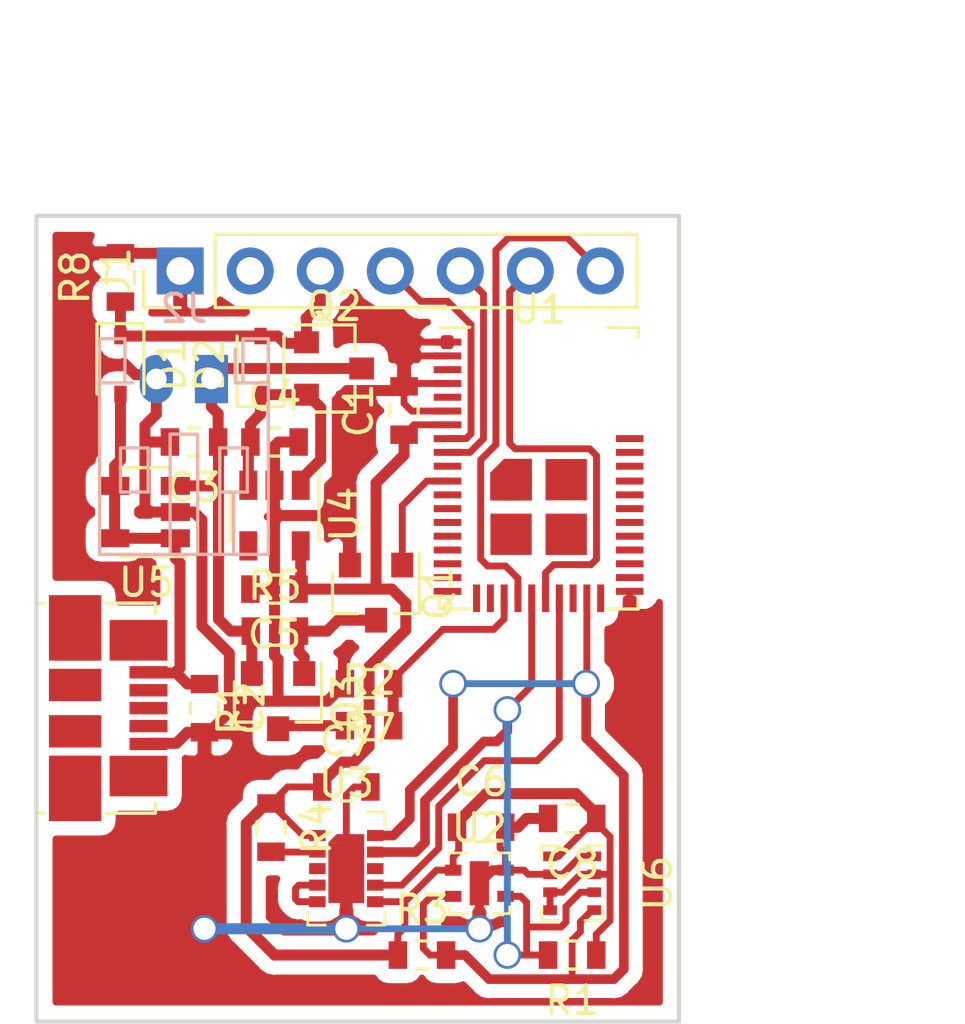
<source format=kicad_pcb>
(kicad_pcb (version 20171130) (host pcbnew 5.0.0-rc1-44a33f2~62~ubuntu16.04.1)

  (general
    (thickness 1.6)
    (drawings 6)
    (tracks 315)
    (zones 0)
    (modules 29)
    (nets 21)
  )

  (page A4)
  (layers
    (0 F.Cu signal)
    (31 B.Cu signal)
    (32 B.Adhes user hide)
    (33 F.Adhes user hide)
    (34 B.Paste user hide)
    (35 F.Paste user hide)
    (36 B.SilkS user hide)
    (37 F.SilkS user hide)
    (38 B.Mask user hide)
    (39 F.Mask user hide)
    (40 Dwgs.User user hide)
    (41 Cmts.User user)
    (42 Eco1.User user hide)
    (43 Eco2.User user hide)
    (44 Edge.Cuts user)
    (45 Margin user hide)
    (46 B.CrtYd user hide)
    (47 F.CrtYd user)
    (48 B.Fab user hide)
    (49 F.Fab user)
  )

  (setup
    (last_trace_width 0.4)
    (user_trace_width 0.35)
    (user_trace_width 0.4)
    (trace_clearance 0.2)
    (zone_clearance 0.508)
    (zone_45_only no)
    (trace_min 0.2)
    (segment_width 0.2)
    (edge_width 0.15)
    (via_size 0.6)
    (via_drill 0.4)
    (via_min_size 0.4)
    (via_min_drill 0.3)
    (user_via 1 0.8)
    (uvia_size 0.3)
    (uvia_drill 0.1)
    (uvias_allowed no)
    (uvia_min_size 0.2)
    (uvia_min_drill 0.1)
    (pcb_text_width 0.3)
    (pcb_text_size 1.5 1.5)
    (mod_edge_width 0.15)
    (mod_text_size 1 1)
    (mod_text_width 0.15)
    (pad_size 1.524 1.524)
    (pad_drill 0.762)
    (pad_to_mask_clearance 0.2)
    (aux_axis_origin 0 0)
    (grid_origin 158.35 104.95)
    (visible_elements 7FFFFF9F)
    (pcbplotparams
      (layerselection 0x00030_80000001)
      (usegerberextensions false)
      (usegerberattributes false)
      (usegerberadvancedattributes false)
      (creategerberjobfile false)
      (excludeedgelayer true)
      (linewidth 0.100000)
      (plotframeref false)
      (viasonmask false)
      (mode 1)
      (useauxorigin false)
      (hpglpennumber 1)
      (hpglpenspeed 20)
      (hpglpendiameter 15)
      (psnegative false)
      (psa4output false)
      (plotreference true)
      (plotvalue true)
      (plotinvisibletext false)
      (padsonsilk false)
      (subtractmaskfromsilk false)
      (outputformat 1)
      (mirror false)
      (drillshape 1)
      (scaleselection 1)
      (outputdirectory ""))
  )

  (net 0 "")
  (net 1 VDD)
  (net 2 GND)
  (net 3 "Net-(C2-Pad1)")
  (net 4 +BATT)
  (net 5 /SWDCLK)
  (net 6 /GPIO0)
  (net 7 /GPIO1)
  (net 8 "Net-(P1-Pad6)")
  (net 9 /SCL)
  (net 10 /SDA)
  (net 11 "Net-(U3-Pad4)")
  (net 12 /SWDIO/RESET)
  (net 13 VBUS)
  (net 14 /CCS_WAKE)
  (net 15 "Net-(C4-Pad1)")
  (net 16 "Net-(Q3-Pad3)")
  (net 17 /BATT_V)
  (net 18 "Net-(R4-Pad2)")
  (net 19 /BATT_V_EN)
  (net 20 "Net-(Q1-Pad3)")

  (net_class Default "This is the default net class."
    (clearance 0.2)
    (trace_width 0.25)
    (via_dia 0.6)
    (via_drill 0.4)
    (uvia_dia 0.3)
    (uvia_drill 0.1)
    (add_net +BATT)
    (add_net /BATT_V)
    (add_net /BATT_V_EN)
    (add_net /CCS_WAKE)
    (add_net /GPIO0)
    (add_net /GPIO1)
    (add_net /SCL)
    (add_net /SDA)
    (add_net /SWDCLK)
    (add_net /SWDIO/RESET)
    (add_net GND)
    (add_net "Net-(C2-Pad1)")
    (add_net "Net-(C4-Pad1)")
    (add_net "Net-(P1-Pad6)")
    (add_net "Net-(Q1-Pad3)")
    (add_net "Net-(Q3-Pad3)")
    (add_net "Net-(R4-Pad2)")
    (add_net "Net-(U3-Pad4)")
    (add_net VBUS)
    (add_net VDD)
  )

  (module Package_LGA:Bosch_LGA-8_2x2.5mm_P0.65mm_ClockwisePinNumbering (layer F.Cu) (tedit 5A2F92D2) (tstamp 5ABCC9D7)
    (at 165.716 121.206 270)
    (descr "LGA-8, https://ae-bst.resource.bosch.com/media/_tech/media/datasheets/BST-BMP280-DS001-18.pdf")
    (tags "lga land grid array")
    (path /5A01D7B2)
    (attr smd)
    (fp_text reference U6 (at 0 -3.1 270) (layer F.SilkS)
      (effects (font (size 1 1) (thickness 0.15)))
    )
    (fp_text value BMP280 (at 0 3.1 270) (layer F.Fab)
      (effects (font (size 1 1) (thickness 0.15)))
    )
    (fp_line (start -1.35 1.1) (end -0.87 1.1) (layer F.SilkS) (width 0.1))
    (fp_text user %R (at 0 0 270) (layer F.Fab)
      (effects (font (size 0.5 0.5) (thickness 0.075)))
    )
    (fp_line (start -1.55 -1.3) (end 1.55 -1.3) (layer F.CrtYd) (width 0.05))
    (fp_line (start 1.55 -1.3) (end 1.55 1.3) (layer F.CrtYd) (width 0.05))
    (fp_line (start 1.55 1.3) (end -1.55 1.3) (layer F.CrtYd) (width 0.05))
    (fp_line (start -1.55 1.3) (end -1.55 -1.3) (layer F.CrtYd) (width 0.05))
    (fp_line (start -1.25 1) (end 1.25 1) (layer F.Fab) (width 0.1))
    (fp_line (start 1.25 -1) (end 1.25 1) (layer F.Fab) (width 0.1))
    (fp_line (start 1.25 -1) (end -1 -1) (layer F.Fab) (width 0.1))
    (fp_line (start -1 -1) (end -1.25 -0.75) (layer F.Fab) (width 0.1))
    (fp_line (start -1.25 1) (end -1.25 -0.75) (layer F.Fab) (width 0.1))
    (fp_line (start 0.87 1.1) (end 1.35 1.1) (layer F.SilkS) (width 0.1))
    (fp_line (start 1.35 1.1) (end 1.35 0.46) (layer F.SilkS) (width 0.1))
    (fp_line (start -1.35 1.1) (end -1.35 0.46) (layer F.SilkS) (width 0.1))
    (fp_line (start 1.35 -0.46) (end 1.35 -1.1) (layer F.SilkS) (width 0.1))
    (fp_line (start 0.87 -1.1) (end 1.35 -1.1) (layer F.SilkS) (width 0.1))
    (fp_line (start -1.35 -0.46) (end -1.35 -1.1) (layer F.SilkS) (width 0.1))
    (pad 1 smd rect (at -0.975 -0.8) (size 0.5 0.35) (layers F.Cu F.Paste F.Mask)
      (net 2 GND))
    (pad 5 smd rect (at 0.975 0.8) (size 0.5 0.35) (layers F.Cu F.Paste F.Mask)
      (net 1 VDD))
    (pad 6 smd rect (at 0.325 0.8) (size 0.5 0.35) (layers F.Cu F.Paste F.Mask)
      (net 1 VDD))
    (pad 7 smd rect (at -0.325 0.8) (size 0.5 0.35) (layers F.Cu F.Paste F.Mask)
      (net 2 GND))
    (pad 4 smd rect (at 0.975 -0.8) (size 0.5 0.35) (layers F.Cu F.Paste F.Mask)
      (net 9 /SCL))
    (pad 3 smd rect (at 0.325 -0.8) (size 0.5 0.35) (layers F.Cu F.Paste F.Mask)
      (net 10 /SDA))
    (pad 2 smd rect (at -0.325 -0.8) (size 0.5 0.35) (layers F.Cu F.Paste F.Mask)
      (net 1 VDD))
    (pad 8 smd rect (at -0.975 0.8) (size 0.5 0.35) (layers F.Cu F.Paste F.Mask)
      (net 1 VDD))
    (model ${KISYS3DMOD}/Package_LGA.3dshapes/Bosch_LGA-8_2x2.5mm_P0.65mm_ClockwisePinNumbering.wrl
      (at (xyz 0 0 0))
      (scale (xyz 1 1 1))
      (rotate (xyz 0 0 0))
    )
  )

  (module Resistor_SMD:R_0603_1608Metric (layer F.Cu) (tedit 59FE48B8) (tstamp 5ABCC8BE)
    (at 165.716 123.8095 180)
    (descr "Resistor SMD 0603 (1608 Metric), square (rectangular) end terminal, IPC_7351 nominal, (Body size source: http://www.tortai-tech.com/upload/download/2011102023233369053.pdf), generated with kicad-footprint-generator")
    (tags resistor)
    (path /5A90189B)
    (attr smd)
    (fp_text reference R1 (at 0 -1.65 180) (layer F.SilkS)
      (effects (font (size 1 1) (thickness 0.15)))
    )
    (fp_text value 10k (at 0 1.65 180) (layer F.Fab)
      (effects (font (size 1 1) (thickness 0.15)))
    )
    (fp_line (start -0.8 0.4) (end -0.8 -0.4) (layer F.Fab) (width 0.1))
    (fp_line (start -0.8 -0.4) (end 0.8 -0.4) (layer F.Fab) (width 0.1))
    (fp_line (start 0.8 -0.4) (end 0.8 0.4) (layer F.Fab) (width 0.1))
    (fp_line (start 0.8 0.4) (end -0.8 0.4) (layer F.Fab) (width 0.1))
    (fp_line (start -0.22 -0.51) (end 0.22 -0.51) (layer F.SilkS) (width 0.12))
    (fp_line (start -0.22 0.51) (end 0.22 0.51) (layer F.SilkS) (width 0.12))
    (fp_line (start -1.46 0.75) (end -1.46 -0.75) (layer F.CrtYd) (width 0.05))
    (fp_line (start -1.46 -0.75) (end 1.46 -0.75) (layer F.CrtYd) (width 0.05))
    (fp_line (start 1.46 -0.75) (end 1.46 0.75) (layer F.CrtYd) (width 0.05))
    (fp_line (start 1.46 0.75) (end -1.46 0.75) (layer F.CrtYd) (width 0.05))
    (fp_text user %R (at 0 0 180) (layer F.Fab)
      (effects (font (size 0.5 0.5) (thickness 0.08)))
    )
    (pad 1 smd rect (at -0.875 0 180) (size 0.67 1) (layers F.Cu F.Paste F.Mask)
      (net 1 VDD))
    (pad 2 smd rect (at 0.875 0 180) (size 0.67 1) (layers F.Cu F.Paste F.Mask)
      (net 10 /SDA))
    (model ${KISYS3DMOD}/Resistor_SMD.3dshapes/R_0603_1608Metric.wrl
      (at (xyz 0 0 0))
      (scale (xyz 1 1 1))
      (rotate (xyz 0 0 0))
    )
  )

  (module Resistor_SMD:R_0603_1608Metric (layer F.Cu) (tedit 59FE48B8) (tstamp 5ABCC8DE)
    (at 160.269001 123.8095)
    (descr "Resistor SMD 0603 (1608 Metric), square (rectangular) end terminal, IPC_7351 nominal, (Body size source: http://www.tortai-tech.com/upload/download/2011102023233369053.pdf), generated with kicad-footprint-generator")
    (tags resistor)
    (path /5A9016EB)
    (attr smd)
    (fp_text reference R3 (at 0 -1.65) (layer F.SilkS)
      (effects (font (size 1 1) (thickness 0.15)))
    )
    (fp_text value 10k (at 0 1.65) (layer F.Fab)
      (effects (font (size 1 1) (thickness 0.15)))
    )
    (fp_text user %R (at 0 0) (layer F.Fab)
      (effects (font (size 0.5 0.5) (thickness 0.08)))
    )
    (fp_line (start 1.46 0.75) (end -1.46 0.75) (layer F.CrtYd) (width 0.05))
    (fp_line (start 1.46 -0.75) (end 1.46 0.75) (layer F.CrtYd) (width 0.05))
    (fp_line (start -1.46 -0.75) (end 1.46 -0.75) (layer F.CrtYd) (width 0.05))
    (fp_line (start -1.46 0.75) (end -1.46 -0.75) (layer F.CrtYd) (width 0.05))
    (fp_line (start -0.22 0.51) (end 0.22 0.51) (layer F.SilkS) (width 0.12))
    (fp_line (start -0.22 -0.51) (end 0.22 -0.51) (layer F.SilkS) (width 0.12))
    (fp_line (start 0.8 0.4) (end -0.8 0.4) (layer F.Fab) (width 0.1))
    (fp_line (start 0.8 -0.4) (end 0.8 0.4) (layer F.Fab) (width 0.1))
    (fp_line (start -0.8 -0.4) (end 0.8 -0.4) (layer F.Fab) (width 0.1))
    (fp_line (start -0.8 0.4) (end -0.8 -0.4) (layer F.Fab) (width 0.1))
    (pad 2 smd rect (at 0.875 0) (size 0.67 1) (layers F.Cu F.Paste F.Mask)
      (net 9 /SCL))
    (pad 1 smd rect (at -0.875 0) (size 0.67 1) (layers F.Cu F.Paste F.Mask)
      (net 1 VDD))
    (model ${KISYS3DMOD}/Resistor_SMD.3dshapes/R_0603_1608Metric.wrl
      (at (xyz 0 0 0))
      (scale (xyz 1 1 1))
      (rotate (xyz 0 0 0))
    )
  )

  (module Capacitor_SMD:C_0603_1608Metric (layer F.Cu) (tedit 59FE48B8) (tstamp 5ABCC7BC)
    (at 162.414 119.174)
    (descr "Capacitor SMD 0603 (1608 Metric), square (rectangular) end terminal, IPC_7351 nominal, (Body size source: http://www.tortai-tech.com/upload/download/2011102023233369053.pdf), generated with kicad-footprint-generator")
    (tags capacitor)
    (path /599D7444)
    (attr smd)
    (fp_text reference C6 (at 0 -1.65) (layer F.SilkS)
      (effects (font (size 1 1) (thickness 0.15)))
    )
    (fp_text value 0.1u (at 0 1.65) (layer F.Fab)
      (effects (font (size 1 1) (thickness 0.15)))
    )
    (fp_text user %R (at 0 0) (layer F.Fab)
      (effects (font (size 0.5 0.5) (thickness 0.08)))
    )
    (fp_line (start 1.46 0.75) (end -1.46 0.75) (layer F.CrtYd) (width 0.05))
    (fp_line (start 1.46 -0.75) (end 1.46 0.75) (layer F.CrtYd) (width 0.05))
    (fp_line (start -1.46 -0.75) (end 1.46 -0.75) (layer F.CrtYd) (width 0.05))
    (fp_line (start -1.46 0.75) (end -1.46 -0.75) (layer F.CrtYd) (width 0.05))
    (fp_line (start -0.22 0.51) (end 0.22 0.51) (layer F.SilkS) (width 0.12))
    (fp_line (start -0.22 -0.51) (end 0.22 -0.51) (layer F.SilkS) (width 0.12))
    (fp_line (start 0.8 0.4) (end -0.8 0.4) (layer F.Fab) (width 0.1))
    (fp_line (start 0.8 -0.4) (end 0.8 0.4) (layer F.Fab) (width 0.1))
    (fp_line (start -0.8 -0.4) (end 0.8 -0.4) (layer F.Fab) (width 0.1))
    (fp_line (start -0.8 0.4) (end -0.8 -0.4) (layer F.Fab) (width 0.1))
    (pad 2 smd rect (at 0.875 0) (size 0.67 1) (layers F.Cu F.Paste F.Mask)
      (net 2 GND))
    (pad 1 smd rect (at -0.875 0) (size 0.67 1) (layers F.Cu F.Paste F.Mask)
      (net 1 VDD))
    (model ${KISYS3DMOD}/Capacitor_SMD.3dshapes/C_0603_1608Metric.wrl
      (at (xyz 0 0 0))
      (scale (xyz 1 1 1))
      (rotate (xyz 0 0 0))
    )
  )

  (module Package_DFN_QFN:AMS_QFN-4-1EP_2x2mm_P0.95mm_EP0.7x1.6mm (layer F.Cu) (tedit 5A64B884) (tstamp 5ABCC974)
    (at 162.3505 121.206)
    (descr "UFD Package, 4-Lead Plastic QFN (2mm x 2mm), http://ams.com/eng/content/download/950231/2267959/483138")
    (tags "QFN 0.95")
    (path /5979B02B)
    (attr smd)
    (fp_text reference U2 (at 0 -2) (layer F.SilkS)
      (effects (font (size 1 1) (thickness 0.15)))
    )
    (fp_text value ENS210 (at 0 2) (layer F.Fab)
      (effects (font (size 1 1) (thickness 0.15)))
    )
    (fp_text user %R (at 0 0) (layer F.Fab)
      (effects (font (size 0.4 0.4) (thickness 0.04)))
    )
    (fp_line (start -1.5 -1.25) (end 1.5 -1.25) (layer F.CrtYd) (width 0.05))
    (fp_line (start 1.5 -1.25) (end 1.5 1.25) (layer F.CrtYd) (width 0.05))
    (fp_line (start 1.5 1.25) (end -1.5 1.25) (layer F.CrtYd) (width 0.05))
    (fp_line (start -1.5 1.25) (end -1.5 -1.25) (layer F.CrtYd) (width 0.05))
    (fp_line (start 1.1 -1.1) (end 0.5 -1.1) (layer F.SilkS) (width 0.1))
    (fp_line (start 1.1 -1.1) (end 1.1 -0.85) (layer F.SilkS) (width 0.1))
    (fp_line (start 1.1 1.1) (end 1.1 0.85) (layer F.SilkS) (width 0.1))
    (fp_line (start 1.1 1.1) (end 0.5 1.1) (layer F.SilkS) (width 0.1))
    (fp_line (start -1.1 1.1) (end -1.1 0.85) (layer F.SilkS) (width 0.1))
    (fp_line (start -1.1 1.1) (end -0.5 1.1) (layer F.SilkS) (width 0.1))
    (fp_line (start -0.49 -1.1) (end -1.1 -1.1) (layer F.SilkS) (width 0.1))
    (fp_line (start -1 -0.7) (end -0.7 -1) (layer F.Fab) (width 0.1))
    (fp_line (start 1 -1) (end 1 1) (layer F.Fab) (width 0.1))
    (fp_line (start 1 1) (end -1 1) (layer F.Fab) (width 0.1))
    (fp_line (start -1 1) (end -1 -0.7) (layer F.Fab) (width 0.1))
    (fp_line (start -0.7 -1) (end 1 -1) (layer F.Fab) (width 0.1))
    (pad 5 smd rect (at 0 0) (size 0.7 1.6) (layers F.Cu F.Mask)
      (net 2 GND))
    (pad "" smd rect (at 0 0) (size 0.35 0.8) (layers F.Paste))
    (pad 4 smd rect (at 0.95 -0.475) (size 0.6 0.4) (layers F.Cu F.Paste F.Mask)
      (net 2 GND) (solder_paste_margin -0.05))
    (pad 2 smd rect (at -0.95 0.475) (size 0.6 0.4) (layers F.Cu F.Paste F.Mask)
      (net 9 /SCL) (solder_paste_margin -0.05))
    (pad 1 smd rect (at -0.95 -0.475) (size 0.6 0.4) (layers F.Cu F.Paste F.Mask)
      (net 1 VDD) (solder_paste_margin -0.05))
    (pad 3 smd rect (at 0.95 0.475) (size 0.6 0.4) (layers F.Cu F.Paste F.Mask)
      (net 10 /SDA) (solder_paste_margin -0.05))
    (model ${KISYS3DMOD}/Package_DFN_QFN.3dshapes/AMS_QFN-4-1EP_2x2mm_P0.95mm.wrl
      (at (xyz 0 0 0))
      (scale (xyz 1 1 1))
      (rotate (xyz 0 0 0))
    )
  )

  (module Capacitor_SMD:C_0603_1608Metric (layer F.Cu) (tedit 59FE48B8) (tstamp 5ABCC7DC)
    (at 165.716 118.8565 180)
    (descr "Capacitor SMD 0603 (1608 Metric), square (rectangular) end terminal, IPC_7351 nominal, (Body size source: http://www.tortai-tech.com/upload/download/2011102023233369053.pdf), generated with kicad-footprint-generator")
    (tags capacitor)
    (path /5A01D9B5)
    (attr smd)
    (fp_text reference C8 (at 0 -1.65 180) (layer F.SilkS)
      (effects (font (size 1 1) (thickness 0.15)))
    )
    (fp_text value 200n (at 0 1.65 180) (layer F.Fab)
      (effects (font (size 1 1) (thickness 0.15)))
    )
    (fp_line (start -0.8 0.4) (end -0.8 -0.4) (layer F.Fab) (width 0.1))
    (fp_line (start -0.8 -0.4) (end 0.8 -0.4) (layer F.Fab) (width 0.1))
    (fp_line (start 0.8 -0.4) (end 0.8 0.4) (layer F.Fab) (width 0.1))
    (fp_line (start 0.8 0.4) (end -0.8 0.4) (layer F.Fab) (width 0.1))
    (fp_line (start -0.22 -0.51) (end 0.22 -0.51) (layer F.SilkS) (width 0.12))
    (fp_line (start -0.22 0.51) (end 0.22 0.51) (layer F.SilkS) (width 0.12))
    (fp_line (start -1.46 0.75) (end -1.46 -0.75) (layer F.CrtYd) (width 0.05))
    (fp_line (start -1.46 -0.75) (end 1.46 -0.75) (layer F.CrtYd) (width 0.05))
    (fp_line (start 1.46 -0.75) (end 1.46 0.75) (layer F.CrtYd) (width 0.05))
    (fp_line (start 1.46 0.75) (end -1.46 0.75) (layer F.CrtYd) (width 0.05))
    (fp_text user %R (at 0 0 180) (layer F.Fab)
      (effects (font (size 0.5 0.5) (thickness 0.08)))
    )
    (pad 1 smd rect (at -0.875 0 180) (size 0.67 1) (layers F.Cu F.Paste F.Mask)
      (net 1 VDD))
    (pad 2 smd rect (at 0.875 0 180) (size 0.67 1) (layers F.Cu F.Paste F.Mask)
      (net 2 GND))
    (model ${KISYS3DMOD}/Capacitor_SMD.3dshapes/C_0603_1608Metric.wrl
      (at (xyz 0 0 0))
      (scale (xyz 1 1 1))
      (rotate (xyz 0 0 0))
    )
  )

  (module Resistor_SMD:R_0603_1608Metric (layer F.Cu) (tedit 59FE48B8) (tstamp 5ABCC910)
    (at 158.35 113.967 180)
    (descr "Resistor SMD 0603 (1608 Metric), square (rectangular) end terminal, IPC_7351 nominal, (Body size source: http://www.tortai-tech.com/upload/download/2011102023233369053.pdf), generated with kicad-footprint-generator")
    (tags resistor)
    (path /596DCDC5/59D396AB)
    (attr smd)
    (fp_text reference R7 (at 0 -1.65 180) (layer F.SilkS)
      (effects (font (size 1 1) (thickness 0.15)))
    )
    (fp_text value 8.2k (at 0 1.65 180) (layer F.Fab)
      (effects (font (size 1 1) (thickness 0.15)))
    )
    (fp_text user %R (at 0 0 180) (layer F.Fab)
      (effects (font (size 0.5 0.5) (thickness 0.08)))
    )
    (fp_line (start 1.46 0.75) (end -1.46 0.75) (layer F.CrtYd) (width 0.05))
    (fp_line (start 1.46 -0.75) (end 1.46 0.75) (layer F.CrtYd) (width 0.05))
    (fp_line (start -1.46 -0.75) (end 1.46 -0.75) (layer F.CrtYd) (width 0.05))
    (fp_line (start -1.46 0.75) (end -1.46 -0.75) (layer F.CrtYd) (width 0.05))
    (fp_line (start -0.22 0.51) (end 0.22 0.51) (layer F.SilkS) (width 0.12))
    (fp_line (start -0.22 -0.51) (end 0.22 -0.51) (layer F.SilkS) (width 0.12))
    (fp_line (start 0.8 0.4) (end -0.8 0.4) (layer F.Fab) (width 0.1))
    (fp_line (start 0.8 -0.4) (end 0.8 0.4) (layer F.Fab) (width 0.1))
    (fp_line (start -0.8 -0.4) (end 0.8 -0.4) (layer F.Fab) (width 0.1))
    (fp_line (start -0.8 0.4) (end -0.8 -0.4) (layer F.Fab) (width 0.1))
    (pad 2 smd rect (at 0.875 0 180) (size 0.67 1) (layers F.Cu F.Paste F.Mask)
      (net 2 GND))
    (pad 1 smd rect (at -0.875 0 180) (size 0.67 1) (layers F.Cu F.Paste F.Mask)
      (net 17 /BATT_V))
    (model ${KISYS3DMOD}/Resistor_SMD.3dshapes/R_0603_1608Metric.wrl
      (at (xyz 0 0 0))
      (scale (xyz 1 1 1))
      (rotate (xyz 0 0 0))
    )
  )

  (module Package_TO_SOT_SMD:SOT-23 (layer F.Cu) (tedit 5A02FF57) (tstamp 5ABCC895)
    (at 157.08 102.537)
    (descr "SOT-23, Standard")
    (tags SOT-23)
    (path /596DCDC5/59E4A654)
    (attr smd)
    (fp_text reference Q2 (at 0 -2.25) (layer F.SilkS)
      (effects (font (size 1 1) (thickness 0.15)))
    )
    (fp_text value DMP3099L-13 (at 0 2.3) (layer F.Fab)
      (effects (font (size 1 1) (thickness 0.15)))
    )
    (fp_text user %R (at 0 0 90) (layer F.Fab)
      (effects (font (size 0.5 0.5) (thickness 0.075)))
    )
    (fp_line (start -0.7 -0.95) (end -0.7 1.5) (layer F.Fab) (width 0.1))
    (fp_line (start -0.15 -1.52) (end 0.7 -1.52) (layer F.Fab) (width 0.1))
    (fp_line (start -0.7 -0.95) (end -0.15 -1.52) (layer F.Fab) (width 0.1))
    (fp_line (start 0.7 -1.52) (end 0.7 1.52) (layer F.Fab) (width 0.1))
    (fp_line (start -0.7 1.52) (end 0.7 1.52) (layer F.Fab) (width 0.1))
    (fp_line (start 0.76 1.58) (end 0.76 0.65) (layer F.SilkS) (width 0.12))
    (fp_line (start 0.76 -1.58) (end 0.76 -0.65) (layer F.SilkS) (width 0.12))
    (fp_line (start -1.7 -1.75) (end 1.7 -1.75) (layer F.CrtYd) (width 0.05))
    (fp_line (start 1.7 -1.75) (end 1.7 1.75) (layer F.CrtYd) (width 0.05))
    (fp_line (start 1.7 1.75) (end -1.7 1.75) (layer F.CrtYd) (width 0.05))
    (fp_line (start -1.7 1.75) (end -1.7 -1.75) (layer F.CrtYd) (width 0.05))
    (fp_line (start 0.76 -1.58) (end -1.4 -1.58) (layer F.SilkS) (width 0.12))
    (fp_line (start 0.76 1.58) (end -0.7 1.58) (layer F.SilkS) (width 0.12))
    (pad 1 smd rect (at -1 -0.95) (size 0.9 0.8) (layers F.Cu F.Paste F.Mask)
      (net 13 VBUS))
    (pad 2 smd rect (at -1 0.95) (size 0.9 0.8) (layers F.Cu F.Paste F.Mask)
      (net 15 "Net-(C4-Pad1)"))
    (pad 3 smd rect (at 1 0) (size 0.9 0.8) (layers F.Cu F.Paste F.Mask)
      (net 4 +BATT))
    (model ${KISYS3DMOD}/Package_TO_SOT_SMD.3dshapes/SOT-23.wrl
      (at (xyz 0 0 0))
      (scale (xyz 1 1 1))
      (rotate (xyz 0 0 0))
    )
  )

  (module Capacitor_SMD:C_0603_1608Metric (layer F.Cu) (tedit 59FE48B8) (tstamp 5ABCC79C)
    (at 154.921 105.204)
    (descr "Capacitor SMD 0603 (1608 Metric), square (rectangular) end terminal, IPC_7351 nominal, (Body size source: http://www.tortai-tech.com/upload/download/2011102023233369053.pdf), generated with kicad-footprint-generator")
    (tags capacitor)
    (path /596DCDC5/59568C2A)
    (attr smd)
    (fp_text reference C4 (at 0 -1.65) (layer F.SilkS)
      (effects (font (size 1 1) (thickness 0.15)))
    )
    (fp_text value 1u (at 0 1.65) (layer F.Fab)
      (effects (font (size 1 1) (thickness 0.15)))
    )
    (fp_text user %R (at 0 0) (layer F.Fab)
      (effects (font (size 0.5 0.5) (thickness 0.08)))
    )
    (fp_line (start 1.46 0.75) (end -1.46 0.75) (layer F.CrtYd) (width 0.05))
    (fp_line (start 1.46 -0.75) (end 1.46 0.75) (layer F.CrtYd) (width 0.05))
    (fp_line (start -1.46 -0.75) (end 1.46 -0.75) (layer F.CrtYd) (width 0.05))
    (fp_line (start -1.46 0.75) (end -1.46 -0.75) (layer F.CrtYd) (width 0.05))
    (fp_line (start -0.22 0.51) (end 0.22 0.51) (layer F.SilkS) (width 0.12))
    (fp_line (start -0.22 -0.51) (end 0.22 -0.51) (layer F.SilkS) (width 0.12))
    (fp_line (start 0.8 0.4) (end -0.8 0.4) (layer F.Fab) (width 0.1))
    (fp_line (start 0.8 -0.4) (end 0.8 0.4) (layer F.Fab) (width 0.1))
    (fp_line (start -0.8 -0.4) (end 0.8 -0.4) (layer F.Fab) (width 0.1))
    (fp_line (start -0.8 0.4) (end -0.8 -0.4) (layer F.Fab) (width 0.1))
    (pad 2 smd rect (at 0.875 0) (size 0.67 1) (layers F.Cu F.Paste F.Mask)
      (net 2 GND))
    (pad 1 smd rect (at -0.875 0) (size 0.67 1) (layers F.Cu F.Paste F.Mask)
      (net 15 "Net-(C4-Pad1)"))
    (model ${KISYS3DMOD}/Capacitor_SMD.3dshapes/C_0603_1608Metric.wrl
      (at (xyz 0 0 0))
      (scale (xyz 1 1 1))
      (rotate (xyz 0 0 0))
    )
  )

  (module Capacitor_SMD:C_0603_1608Metric (layer F.Cu) (tedit 59FE48B8) (tstamp 5ABCC78C)
    (at 152 105.204 180)
    (descr "Capacitor SMD 0603 (1608 Metric), square (rectangular) end terminal, IPC_7351 nominal, (Body size source: http://www.tortai-tech.com/upload/download/2011102023233369053.pdf), generated with kicad-footprint-generator")
    (tags capacitor)
    (path /596DCDC5/59568C39)
    (attr smd)
    (fp_text reference C3 (at 0 -1.65 180) (layer F.SilkS)
      (effects (font (size 1 1) (thickness 0.15)))
    )
    (fp_text value 4.7u (at 0 1.65 180) (layer F.Fab)
      (effects (font (size 1 1) (thickness 0.15)))
    )
    (fp_line (start -0.8 0.4) (end -0.8 -0.4) (layer F.Fab) (width 0.1))
    (fp_line (start -0.8 -0.4) (end 0.8 -0.4) (layer F.Fab) (width 0.1))
    (fp_line (start 0.8 -0.4) (end 0.8 0.4) (layer F.Fab) (width 0.1))
    (fp_line (start 0.8 0.4) (end -0.8 0.4) (layer F.Fab) (width 0.1))
    (fp_line (start -0.22 -0.51) (end 0.22 -0.51) (layer F.SilkS) (width 0.12))
    (fp_line (start -0.22 0.51) (end 0.22 0.51) (layer F.SilkS) (width 0.12))
    (fp_line (start -1.46 0.75) (end -1.46 -0.75) (layer F.CrtYd) (width 0.05))
    (fp_line (start -1.46 -0.75) (end 1.46 -0.75) (layer F.CrtYd) (width 0.05))
    (fp_line (start 1.46 -0.75) (end 1.46 0.75) (layer F.CrtYd) (width 0.05))
    (fp_line (start 1.46 0.75) (end -1.46 0.75) (layer F.CrtYd) (width 0.05))
    (fp_text user %R (at 0 0 180) (layer F.Fab)
      (effects (font (size 0.5 0.5) (thickness 0.08)))
    )
    (pad 1 smd rect (at -0.875 0 180) (size 0.67 1) (layers F.Cu F.Paste F.Mask)
      (net 4 +BATT))
    (pad 2 smd rect (at 0.875 0 180) (size 0.67 1) (layers F.Cu F.Paste F.Mask)
      (net 2 GND))
    (model ${KISYS3DMOD}/Capacitor_SMD.3dshapes/C_0603_1608Metric.wrl
      (at (xyz 0 0 0))
      (scale (xyz 1 1 1))
      (rotate (xyz 0 0 0))
    )
  )

  (module Package_TO_SOT_SMD:SOT-23-5 (layer F.Cu) (tedit 5A02FF57) (tstamp 5ABCC9AF)
    (at 154.921 107.871 270)
    (descr "5-pin SOT23 package")
    (tags SOT-23-5)
    (path /596DCDC5/59D37BBB)
    (attr smd)
    (fp_text reference U4 (at -0.05 -2.55 270) (layer F.SilkS)
      (effects (font (size 1 1) (thickness 0.15)))
    )
    (fp_text value TLV74130 (at -0.05 2.35 270) (layer F.Fab)
      (effects (font (size 1 1) (thickness 0.15)))
    )
    (fp_line (start 0.9 -1.55) (end 0.9 1.55) (layer F.Fab) (width 0.1))
    (fp_line (start 0.9 1.55) (end -0.9 1.55) (layer F.Fab) (width 0.1))
    (fp_line (start -0.9 -0.9) (end -0.9 1.55) (layer F.Fab) (width 0.1))
    (fp_line (start 0.9 -1.55) (end -0.25 -1.55) (layer F.Fab) (width 0.1))
    (fp_line (start -0.9 -0.9) (end -0.25 -1.55) (layer F.Fab) (width 0.1))
    (fp_line (start -1.9 1.8) (end -1.9 -1.8) (layer F.CrtYd) (width 0.05))
    (fp_line (start 1.9 1.8) (end -1.9 1.8) (layer F.CrtYd) (width 0.05))
    (fp_line (start 1.9 -1.8) (end 1.9 1.8) (layer F.CrtYd) (width 0.05))
    (fp_line (start -1.9 -1.8) (end 1.9 -1.8) (layer F.CrtYd) (width 0.05))
    (fp_line (start 0.9 -1.61) (end -1.55 -1.61) (layer F.SilkS) (width 0.12))
    (fp_line (start -0.9 1.61) (end 0.9 1.61) (layer F.SilkS) (width 0.12))
    (fp_text user %R (at 0 0) (layer F.Fab)
      (effects (font (size 0.5 0.5) (thickness 0.075)))
    )
    (pad 5 smd rect (at 1.1 -0.95 270) (size 1.06 0.65) (layers F.Cu F.Paste F.Mask)
      (net 1 VDD))
    (pad 4 smd rect (at 1.1 0.95 270) (size 1.06 0.65) (layers F.Cu F.Paste F.Mask))
    (pad 3 smd rect (at -1.1 0.95 270) (size 1.06 0.65) (layers F.Cu F.Paste F.Mask)
      (net 15 "Net-(C4-Pad1)"))
    (pad 2 smd rect (at -1.1 0 270) (size 1.06 0.65) (layers F.Cu F.Paste F.Mask)
      (net 2 GND))
    (pad 1 smd rect (at -1.1 -0.95 270) (size 1.06 0.65) (layers F.Cu F.Paste F.Mask)
      (net 15 "Net-(C4-Pad1)"))
    (model ${KISYS3DMOD}/Package_TO_SOT_SMD.3dshapes/SOT-23-5.wrl
      (at (xyz 0 0 0))
      (scale (xyz 1 1 1))
      (rotate (xyz 0 0 0))
    )
  )

  (module Connector_USB:USB_Micro-B_Molex_47346-0001 (layer F.Cu) (tedit 5A1DC0BD) (tstamp 5ABCC862)
    (at 148.889 114.856 270)
    (descr "Micro USB B receptable with flange, bottom-mount, SMD, right-angle (http://www.molex.com/pdm_docs/sd/473460001_sd.pdf)")
    (tags "Micro B USB SMD")
    (path /596DCDC5/59DF246E)
    (attr smd)
    (fp_text reference P1 (at 0 -4.5 90) (layer F.SilkS)
      (effects (font (size 1 1) (thickness 0.15)))
    )
    (fp_text value USB_OTG (at 0 3.4 90) (layer F.Fab)
      (effects (font (size 1 1) (thickness 0.15)))
    )
    (fp_text user "PCB Edge" (at 0 2.67 90) (layer Dwgs.User)
      (effects (font (size 0.4 0.4) (thickness 0.04)))
    )
    (fp_text user %R (at 0 1.2 270) (layer F.Fab)
      (effects (font (size 1 1) (thickness 0.15)))
    )
    (fp_line (start 3.81 -1.71) (end 3.43 -1.71) (layer F.SilkS) (width 0.12))
    (fp_line (start 4.6 3.9) (end -4.6 3.9) (layer F.CrtYd) (width 0.05))
    (fp_line (start 4.6 -2.7) (end 4.6 3.9) (layer F.CrtYd) (width 0.05))
    (fp_line (start -4.6 -2.7) (end 4.6 -2.7) (layer F.CrtYd) (width 0.05))
    (fp_line (start -4.6 3.9) (end -4.6 -2.7) (layer F.CrtYd) (width 0.05))
    (fp_line (start 3.75 3.35) (end -3.75 3.35) (layer F.Fab) (width 0.1))
    (fp_line (start 3.75 -1.65) (end 3.75 3.35) (layer F.Fab) (width 0.1))
    (fp_line (start -3.75 -1.65) (end 3.75 -1.65) (layer F.Fab) (width 0.1))
    (fp_line (start -3.75 3.35) (end -3.75 -1.65) (layer F.Fab) (width 0.1))
    (fp_line (start 3.81 2.34) (end 3.81 2.6) (layer F.SilkS) (width 0.12))
    (fp_line (start 3.81 -1.71) (end 3.81 0.06) (layer F.SilkS) (width 0.12))
    (fp_line (start -3.81 -1.71) (end -3.43 -1.71) (layer F.SilkS) (width 0.12))
    (fp_line (start -3.81 0.06) (end -3.81 -1.71) (layer F.SilkS) (width 0.12))
    (fp_line (start -3.81 2.6) (end -3.81 2.34) (layer F.SilkS) (width 0.12))
    (fp_line (start -3.25 2.65) (end 3.25 2.65) (layer F.Fab) (width 0.1))
    (pad 1 smd rect (at -1.3 -1.46 270) (size 0.45 1.38) (layers F.Cu F.Paste F.Mask)
      (net 3 "Net-(C2-Pad1)"))
    (pad 2 smd rect (at -0.65 -1.46 270) (size 0.45 1.38) (layers F.Cu F.Paste F.Mask))
    (pad 3 smd rect (at 0 -1.46 270) (size 0.45 1.38) (layers F.Cu F.Paste F.Mask))
    (pad 4 smd rect (at 0.65 -1.46 270) (size 0.45 1.38) (layers F.Cu F.Paste F.Mask))
    (pad 5 smd rect (at 1.3 -1.46 270) (size 0.45 1.38) (layers F.Cu F.Paste F.Mask)
      (net 2 GND))
    (pad 6 smd rect (at -2.4625 -1.1 270) (size 1.475 2.1) (layers F.Cu F.Paste F.Mask)
      (net 8 "Net-(P1-Pad6)"))
    (pad 6 smd rect (at 2.4625 -1.1 270) (size 1.475 2.1) (layers F.Cu F.Paste F.Mask)
      (net 8 "Net-(P1-Pad6)"))
    (pad 6 smd rect (at -2.91 1.2 270) (size 2.375 1.9) (layers F.Cu F.Paste F.Mask)
      (net 8 "Net-(P1-Pad6)"))
    (pad 6 smd rect (at 2.91 1.2 270) (size 2.375 1.9) (layers F.Cu F.Paste F.Mask)
      (net 8 "Net-(P1-Pad6)"))
    (pad 6 smd rect (at -0.84 1.2 270) (size 1.175 1.9) (layers F.Cu F.Paste F.Mask)
      (net 8 "Net-(P1-Pad6)"))
    (pad 6 smd rect (at 0.84 1.2 270) (size 1.175 1.9) (layers F.Cu F.Paste F.Mask)
      (net 8 "Net-(P1-Pad6)"))
    (model ${KISYS3DMOD}/Connector_USB.3dshapes/USB_Micro-B_Molex_47346-0001.wrl
      (at (xyz 0 0 0))
      (scale (xyz 1 1 1))
      (rotate (xyz 0 0 0))
    )
  )

  (module Capacitor_SMD:C_0603_1608Metric (layer F.Cu) (tedit 59FE48B8) (tstamp 5ABCC76C)
    (at 159.62 104.061 90)
    (descr "Capacitor SMD 0603 (1608 Metric), square (rectangular) end terminal, IPC_7351 nominal, (Body size source: http://www.tortai-tech.com/upload/download/2011102023233369053.pdf), generated with kicad-footprint-generator")
    (tags capacitor)
    (path /596DD67E)
    (attr smd)
    (fp_text reference C1 (at 0 -1.65 90) (layer F.SilkS)
      (effects (font (size 1 1) (thickness 0.15)))
    )
    (fp_text value 1u (at 0 1.65 90) (layer F.Fab)
      (effects (font (size 1 1) (thickness 0.15)))
    )
    (fp_text user %R (at 0 0 90) (layer F.Fab)
      (effects (font (size 0.5 0.5) (thickness 0.08)))
    )
    (fp_line (start 1.46 0.75) (end -1.46 0.75) (layer F.CrtYd) (width 0.05))
    (fp_line (start 1.46 -0.75) (end 1.46 0.75) (layer F.CrtYd) (width 0.05))
    (fp_line (start -1.46 -0.75) (end 1.46 -0.75) (layer F.CrtYd) (width 0.05))
    (fp_line (start -1.46 0.75) (end -1.46 -0.75) (layer F.CrtYd) (width 0.05))
    (fp_line (start -0.22 0.51) (end 0.22 0.51) (layer F.SilkS) (width 0.12))
    (fp_line (start -0.22 -0.51) (end 0.22 -0.51) (layer F.SilkS) (width 0.12))
    (fp_line (start 0.8 0.4) (end -0.8 0.4) (layer F.Fab) (width 0.1))
    (fp_line (start 0.8 -0.4) (end 0.8 0.4) (layer F.Fab) (width 0.1))
    (fp_line (start -0.8 -0.4) (end 0.8 -0.4) (layer F.Fab) (width 0.1))
    (fp_line (start -0.8 0.4) (end -0.8 -0.4) (layer F.Fab) (width 0.1))
    (pad 2 smd rect (at 0.875 0 90) (size 0.67 1) (layers F.Cu F.Paste F.Mask)
      (net 2 GND))
    (pad 1 smd rect (at -0.875 0 90) (size 0.67 1) (layers F.Cu F.Paste F.Mask)
      (net 1 VDD))
    (model ${KISYS3DMOD}/Capacitor_SMD.3dshapes/C_0603_1608Metric.wrl
      (at (xyz 0 0 0))
      (scale (xyz 1 1 1))
      (rotate (xyz 0 0 0))
    )
  )

  (module Capacitor_SMD:C_0603_1608Metric (layer F.Cu) (tedit 59FE48B8) (tstamp 5ABCC77C)
    (at 152.381 114.856 270)
    (descr "Capacitor SMD 0603 (1608 Metric), square (rectangular) end terminal, IPC_7351 nominal, (Body size source: http://www.tortai-tech.com/upload/download/2011102023233369053.pdf), generated with kicad-footprint-generator")
    (tags capacitor)
    (path /596DCDC5/59D379CA)
    (attr smd)
    (fp_text reference C2 (at 0 -1.65 270) (layer F.SilkS)
      (effects (font (size 1 1) (thickness 0.15)))
    )
    (fp_text value 4.7u (at 0 1.65 270) (layer F.Fab)
      (effects (font (size 1 1) (thickness 0.15)))
    )
    (fp_text user %R (at 0 0 270) (layer F.Fab)
      (effects (font (size 0.5 0.5) (thickness 0.08)))
    )
    (fp_line (start 1.46 0.75) (end -1.46 0.75) (layer F.CrtYd) (width 0.05))
    (fp_line (start 1.46 -0.75) (end 1.46 0.75) (layer F.CrtYd) (width 0.05))
    (fp_line (start -1.46 -0.75) (end 1.46 -0.75) (layer F.CrtYd) (width 0.05))
    (fp_line (start -1.46 0.75) (end -1.46 -0.75) (layer F.CrtYd) (width 0.05))
    (fp_line (start -0.22 0.51) (end 0.22 0.51) (layer F.SilkS) (width 0.12))
    (fp_line (start -0.22 -0.51) (end 0.22 -0.51) (layer F.SilkS) (width 0.12))
    (fp_line (start 0.8 0.4) (end -0.8 0.4) (layer F.Fab) (width 0.1))
    (fp_line (start 0.8 -0.4) (end 0.8 0.4) (layer F.Fab) (width 0.1))
    (fp_line (start -0.8 -0.4) (end 0.8 -0.4) (layer F.Fab) (width 0.1))
    (fp_line (start -0.8 0.4) (end -0.8 -0.4) (layer F.Fab) (width 0.1))
    (pad 2 smd rect (at 0.875 0 270) (size 0.67 1) (layers F.Cu F.Paste F.Mask)
      (net 2 GND))
    (pad 1 smd rect (at -0.875 0 270) (size 0.67 1) (layers F.Cu F.Paste F.Mask)
      (net 3 "Net-(C2-Pad1)"))
    (model ${KISYS3DMOD}/Capacitor_SMD.3dshapes/C_0603_1608Metric.wrl
      (at (xyz 0 0 0))
      (scale (xyz 1 1 1))
      (rotate (xyz 0 0 0))
    )
  )

  (module Capacitor_SMD:C_0603_1608Metric (layer F.Cu) (tedit 59FE48B8) (tstamp 5ABCC7AC)
    (at 154.921 110.538 180)
    (descr "Capacitor SMD 0603 (1608 Metric), square (rectangular) end terminal, IPC_7351 nominal, (Body size source: http://www.tortai-tech.com/upload/download/2011102023233369053.pdf), generated with kicad-footprint-generator")
    (tags capacitor)
    (path /596DCDC5/59568C2B)
    (attr smd)
    (fp_text reference C5 (at 0 -1.65 180) (layer F.SilkS)
      (effects (font (size 1 1) (thickness 0.15)))
    )
    (fp_text value 1u (at 0 1.65 180) (layer F.Fab)
      (effects (font (size 1 1) (thickness 0.15)))
    )
    (fp_line (start -0.8 0.4) (end -0.8 -0.4) (layer F.Fab) (width 0.1))
    (fp_line (start -0.8 -0.4) (end 0.8 -0.4) (layer F.Fab) (width 0.1))
    (fp_line (start 0.8 -0.4) (end 0.8 0.4) (layer F.Fab) (width 0.1))
    (fp_line (start 0.8 0.4) (end -0.8 0.4) (layer F.Fab) (width 0.1))
    (fp_line (start -0.22 -0.51) (end 0.22 -0.51) (layer F.SilkS) (width 0.12))
    (fp_line (start -0.22 0.51) (end 0.22 0.51) (layer F.SilkS) (width 0.12))
    (fp_line (start -1.46 0.75) (end -1.46 -0.75) (layer F.CrtYd) (width 0.05))
    (fp_line (start -1.46 -0.75) (end 1.46 -0.75) (layer F.CrtYd) (width 0.05))
    (fp_line (start 1.46 -0.75) (end 1.46 0.75) (layer F.CrtYd) (width 0.05))
    (fp_line (start 1.46 0.75) (end -1.46 0.75) (layer F.CrtYd) (width 0.05))
    (fp_text user %R (at 0 0 180) (layer F.Fab)
      (effects (font (size 0.5 0.5) (thickness 0.08)))
    )
    (pad 1 smd rect (at -0.875 0 180) (size 0.67 1) (layers F.Cu F.Paste F.Mask)
      (net 1 VDD))
    (pad 2 smd rect (at 0.875 0 180) (size 0.67 1) (layers F.Cu F.Paste F.Mask)
      (net 2 GND))
    (model ${KISYS3DMOD}/Capacitor_SMD.3dshapes/C_0603_1608Metric.wrl
      (at (xyz 0 0 0))
      (scale (xyz 1 1 1))
      (rotate (xyz 0 0 0))
    )
  )

  (module Capacitor_SMD:C_0603_1608Metric (layer F.Cu) (tedit 59FE48B8) (tstamp 5ABCC7CC)
    (at 157.5245 117.7135)
    (descr "Capacitor SMD 0603 (1608 Metric), square (rectangular) end terminal, IPC_7351 nominal, (Body size source: http://www.tortai-tech.com/upload/download/2011102023233369053.pdf), generated with kicad-footprint-generator")
    (tags capacitor)
    (path /599D72BA)
    (attr smd)
    (fp_text reference C7 (at 0 -1.65) (layer F.SilkS)
      (effects (font (size 1 1) (thickness 0.15)))
    )
    (fp_text value 4.7u (at 0 1.65) (layer F.Fab)
      (effects (font (size 1 1) (thickness 0.15)))
    )
    (fp_line (start -0.8 0.4) (end -0.8 -0.4) (layer F.Fab) (width 0.1))
    (fp_line (start -0.8 -0.4) (end 0.8 -0.4) (layer F.Fab) (width 0.1))
    (fp_line (start 0.8 -0.4) (end 0.8 0.4) (layer F.Fab) (width 0.1))
    (fp_line (start 0.8 0.4) (end -0.8 0.4) (layer F.Fab) (width 0.1))
    (fp_line (start -0.22 -0.51) (end 0.22 -0.51) (layer F.SilkS) (width 0.12))
    (fp_line (start -0.22 0.51) (end 0.22 0.51) (layer F.SilkS) (width 0.12))
    (fp_line (start -1.46 0.75) (end -1.46 -0.75) (layer F.CrtYd) (width 0.05))
    (fp_line (start -1.46 -0.75) (end 1.46 -0.75) (layer F.CrtYd) (width 0.05))
    (fp_line (start 1.46 -0.75) (end 1.46 0.75) (layer F.CrtYd) (width 0.05))
    (fp_line (start 1.46 0.75) (end -1.46 0.75) (layer F.CrtYd) (width 0.05))
    (fp_text user %R (at 0 0) (layer F.Fab)
      (effects (font (size 0.5 0.5) (thickness 0.08)))
    )
    (pad 1 smd rect (at -0.875 0) (size 0.67 1) (layers F.Cu F.Paste F.Mask)
      (net 1 VDD))
    (pad 2 smd rect (at 0.875 0) (size 0.67 1) (layers F.Cu F.Paste F.Mask)
      (net 2 GND))
    (model ${KISYS3DMOD}/Capacitor_SMD.3dshapes/C_0603_1608Metric.wrl
      (at (xyz 0 0 0))
      (scale (xyz 1 1 1))
      (rotate (xyz 0 0 0))
    )
  )

  (module Diode_SMD:D_SOD-323 (layer F.Cu) (tedit 58641739) (tstamp 5ABA50C7)
    (at 149.333 102.41 270)
    (descr SOD-323)
    (tags SOD-323)
    (path /596DCDC5/5A8FF863)
    (attr smd)
    (fp_text reference D1 (at 0 -1.85 270) (layer F.SilkS)
      (effects (font (size 1 1) (thickness 0.15)))
    )
    (fp_text value BAT20J (at 0.1 1.9 270) (layer F.Fab)
      (effects (font (size 1 1) (thickness 0.15)))
    )
    (fp_text user %R (at 0 -1.85 270) (layer F.Fab)
      (effects (font (size 1 1) (thickness 0.15)))
    )
    (fp_line (start -1.5 -0.85) (end -1.5 0.85) (layer F.SilkS) (width 0.12))
    (fp_line (start 0.2 0) (end 0.45 0) (layer F.Fab) (width 0.1))
    (fp_line (start 0.2 0.35) (end -0.3 0) (layer F.Fab) (width 0.1))
    (fp_line (start 0.2 -0.35) (end 0.2 0.35) (layer F.Fab) (width 0.1))
    (fp_line (start -0.3 0) (end 0.2 -0.35) (layer F.Fab) (width 0.1))
    (fp_line (start -0.3 0) (end -0.5 0) (layer F.Fab) (width 0.1))
    (fp_line (start -0.3 -0.35) (end -0.3 0.35) (layer F.Fab) (width 0.1))
    (fp_line (start -0.9 0.7) (end -0.9 -0.7) (layer F.Fab) (width 0.1))
    (fp_line (start 0.9 0.7) (end -0.9 0.7) (layer F.Fab) (width 0.1))
    (fp_line (start 0.9 -0.7) (end 0.9 0.7) (layer F.Fab) (width 0.1))
    (fp_line (start -0.9 -0.7) (end 0.9 -0.7) (layer F.Fab) (width 0.1))
    (fp_line (start -1.6 -0.95) (end 1.6 -0.95) (layer F.CrtYd) (width 0.05))
    (fp_line (start 1.6 -0.95) (end 1.6 0.95) (layer F.CrtYd) (width 0.05))
    (fp_line (start -1.6 0.95) (end 1.6 0.95) (layer F.CrtYd) (width 0.05))
    (fp_line (start -1.6 -0.95) (end -1.6 0.95) (layer F.CrtYd) (width 0.05))
    (fp_line (start -1.5 0.85) (end 1.05 0.85) (layer F.SilkS) (width 0.12))
    (fp_line (start -1.5 -0.85) (end 1.05 -0.85) (layer F.SilkS) (width 0.12))
    (pad 1 smd rect (at -1.05 0 270) (size 0.6 0.45) (layers F.Cu F.Paste F.Mask)
      (net 13 VBUS))
    (pad 2 smd rect (at 1.05 0 270) (size 0.6 0.45) (layers F.Cu F.Paste F.Mask)
      (net 3 "Net-(C2-Pad1)"))
    (model ${KISYS3DMOD}/Diode_SMD.3dshapes/D_SOD-323.wrl
      (at (xyz 0 0 0))
      (scale (xyz 1 1 1))
      (rotate (xyz 0 0 0))
    )
  )

  (module Diode_SMD:D_SOD-323 (layer F.Cu) (tedit 58641739) (tstamp 5ABA4FD9)
    (at 154.413 102.41 90)
    (descr SOD-323)
    (tags SOD-323)
    (path /596DCDC5/59D3921A)
    (attr smd)
    (fp_text reference D2 (at 0 -1.85 90) (layer F.SilkS)
      (effects (font (size 1 1) (thickness 0.15)))
    )
    (fp_text value BAT20J (at 0.1 1.9 90) (layer F.Fab)
      (effects (font (size 1 1) (thickness 0.15)))
    )
    (fp_line (start -1.5 -0.85) (end 1.05 -0.85) (layer F.SilkS) (width 0.12))
    (fp_line (start -1.5 0.85) (end 1.05 0.85) (layer F.SilkS) (width 0.12))
    (fp_line (start -1.6 -0.95) (end -1.6 0.95) (layer F.CrtYd) (width 0.05))
    (fp_line (start -1.6 0.95) (end 1.6 0.95) (layer F.CrtYd) (width 0.05))
    (fp_line (start 1.6 -0.95) (end 1.6 0.95) (layer F.CrtYd) (width 0.05))
    (fp_line (start -1.6 -0.95) (end 1.6 -0.95) (layer F.CrtYd) (width 0.05))
    (fp_line (start -0.9 -0.7) (end 0.9 -0.7) (layer F.Fab) (width 0.1))
    (fp_line (start 0.9 -0.7) (end 0.9 0.7) (layer F.Fab) (width 0.1))
    (fp_line (start 0.9 0.7) (end -0.9 0.7) (layer F.Fab) (width 0.1))
    (fp_line (start -0.9 0.7) (end -0.9 -0.7) (layer F.Fab) (width 0.1))
    (fp_line (start -0.3 -0.35) (end -0.3 0.35) (layer F.Fab) (width 0.1))
    (fp_line (start -0.3 0) (end -0.5 0) (layer F.Fab) (width 0.1))
    (fp_line (start -0.3 0) (end 0.2 -0.35) (layer F.Fab) (width 0.1))
    (fp_line (start 0.2 -0.35) (end 0.2 0.35) (layer F.Fab) (width 0.1))
    (fp_line (start 0.2 0.35) (end -0.3 0) (layer F.Fab) (width 0.1))
    (fp_line (start 0.2 0) (end 0.45 0) (layer F.Fab) (width 0.1))
    (fp_line (start -1.5 -0.85) (end -1.5 0.85) (layer F.SilkS) (width 0.12))
    (fp_text user %R (at 0 -1.85 90) (layer F.Fab)
      (effects (font (size 1 1) (thickness 0.15)))
    )
    (pad 2 smd rect (at 1.05 0 90) (size 0.6 0.45) (layers F.Cu F.Paste F.Mask)
      (net 13 VBUS))
    (pad 1 smd rect (at -1.05 0 90) (size 0.6 0.45) (layers F.Cu F.Paste F.Mask)
      (net 15 "Net-(C4-Pad1)"))
    (model ${KISYS3DMOD}/Diode_SMD.3dshapes/D_SOD-323.wrl
      (at (xyz 0 0 0))
      (scale (xyz 1 1 1))
      (rotate (xyz 0 0 0))
    )
  )

  (module Connector_PinHeader_2.54mm:PinHeader_1x07_P2.54mm_Vertical (layer F.Cu) (tedit 59FED5CC) (tstamp 5ABCC81A)
    (at 151.5 99 90)
    (descr "Through hole straight pin header, 1x07, 2.54mm pitch, single row")
    (tags "Through hole pin header THT 1x07 2.54mm single row")
    (path /599D605A)
    (fp_text reference J1 (at 0 -2.33 90) (layer F.SilkS)
      (effects (font (size 1 1) (thickness 0.15)))
    )
    (fp_text value CONN_01X07 (at 0 17.57 90) (layer F.Fab)
      (effects (font (size 1 1) (thickness 0.15)))
    )
    (fp_line (start -0.635 -1.27) (end 1.27 -1.27) (layer F.Fab) (width 0.1))
    (fp_line (start 1.27 -1.27) (end 1.27 16.51) (layer F.Fab) (width 0.1))
    (fp_line (start 1.27 16.51) (end -1.27 16.51) (layer F.Fab) (width 0.1))
    (fp_line (start -1.27 16.51) (end -1.27 -0.635) (layer F.Fab) (width 0.1))
    (fp_line (start -1.27 -0.635) (end -0.635 -1.27) (layer F.Fab) (width 0.1))
    (fp_line (start -1.33 16.57) (end 1.33 16.57) (layer F.SilkS) (width 0.12))
    (fp_line (start -1.33 1.27) (end -1.33 16.57) (layer F.SilkS) (width 0.12))
    (fp_line (start 1.33 1.27) (end 1.33 16.57) (layer F.SilkS) (width 0.12))
    (fp_line (start -1.33 1.27) (end 1.33 1.27) (layer F.SilkS) (width 0.12))
    (fp_line (start -1.33 0) (end -1.33 -1.33) (layer F.SilkS) (width 0.12))
    (fp_line (start -1.33 -1.33) (end 0 -1.33) (layer F.SilkS) (width 0.12))
    (fp_line (start -1.8 -1.8) (end -1.8 17.05) (layer F.CrtYd) (width 0.05))
    (fp_line (start -1.8 17.05) (end 1.8 17.05) (layer F.CrtYd) (width 0.05))
    (fp_line (start 1.8 17.05) (end 1.8 -1.8) (layer F.CrtYd) (width 0.05))
    (fp_line (start 1.8 -1.8) (end -1.8 -1.8) (layer F.CrtYd) (width 0.05))
    (fp_text user %R (at 0 7.62 180) (layer F.Fab)
      (effects (font (size 1 1) (thickness 0.15)))
    )
    (pad 1 thru_hole rect (at 0 0 90) (size 1.7 1.7) (drill 1) (layers *.Cu *.Mask)
      (net 2 GND))
    (pad 2 thru_hole oval (at 0 2.54 90) (size 1.7 1.7) (drill 1) (layers *.Cu *.Mask))
    (pad 3 thru_hole oval (at 0 5.08 90) (size 1.7 1.7) (drill 1) (layers *.Cu *.Mask)
      (net 13 VBUS))
    (pad 4 thru_hole oval (at 0 7.62 90) (size 1.7 1.7) (drill 1) (layers *.Cu *.Mask)
      (net 12 /SWDIO/RESET))
    (pad 5 thru_hole oval (at 0 10.16 90) (size 1.7 1.7) (drill 1) (layers *.Cu *.Mask)
      (net 5 /SWDCLK))
    (pad 6 thru_hole oval (at 0 12.7 90) (size 1.7 1.7) (drill 1) (layers *.Cu *.Mask)
      (net 6 /GPIO0))
    (pad 7 thru_hole oval (at 0 15.24 90) (size 1.7 1.7) (drill 1) (layers *.Cu *.Mask)
      (net 7 /GPIO1))
    (model ${KISYS3DMOD}/Connector_PinHeader_2.54mm.3dshapes/PinHeader_1x07_P2.54mm_Vertical.wrl
      (at (xyz 0 0 0))
      (scale (xyz 1 1 1))
      (rotate (xyz 0 0 0))
    )
  )

  (module Connector_JST:JST_PH_S2B-PH-K_1x02_P2.00mm_Horizontal (layer B.Cu) (tedit 5A0EDEC2) (tstamp 5ABA52C7)
    (at 152.635 102.918 180)
    (descr "JST PH series connector, S2B-PH-K (http://www.jst-mfg.com/product/pdf/eng/ePH.pdf), generated with kicad-footprint-generator")
    (tags "connector JST PH top entry")
    (path /596DCDC5/59568744)
    (fp_text reference J2 (at 1 2.55 180) (layer B.SilkS)
      (effects (font (size 1 1) (thickness 0.15)) (justify mirror))
    )
    (fp_text value BATT_CONN (at 1 -7.45 180) (layer B.Fab)
      (effects (font (size 1 1) (thickness 0.15)) (justify mirror))
    )
    (fp_line (start -0.86 -0.14) (end -1.14 -0.14) (layer B.SilkS) (width 0.12))
    (fp_line (start -1.14 -0.14) (end -1.14 1.46) (layer B.SilkS) (width 0.12))
    (fp_line (start -1.14 1.46) (end -2.06 1.46) (layer B.SilkS) (width 0.12))
    (fp_line (start -2.06 1.46) (end -2.06 -6.36) (layer B.SilkS) (width 0.12))
    (fp_line (start -2.06 -6.36) (end 4.06 -6.36) (layer B.SilkS) (width 0.12))
    (fp_line (start 4.06 -6.36) (end 4.06 1.46) (layer B.SilkS) (width 0.12))
    (fp_line (start 4.06 1.46) (end 3.14 1.46) (layer B.SilkS) (width 0.12))
    (fp_line (start 3.14 1.46) (end 3.14 -0.14) (layer B.SilkS) (width 0.12))
    (fp_line (start 3.14 -0.14) (end 2.86 -0.14) (layer B.SilkS) (width 0.12))
    (fp_line (start 0.5 -6.36) (end 0.5 -2) (layer B.SilkS) (width 0.12))
    (fp_line (start 0.5 -2) (end 1.5 -2) (layer B.SilkS) (width 0.12))
    (fp_line (start 1.5 -2) (end 1.5 -6.36) (layer B.SilkS) (width 0.12))
    (fp_line (start -2.06 -0.14) (end -1.14 -0.14) (layer B.SilkS) (width 0.12))
    (fp_line (start 4.06 -0.14) (end 3.14 -0.14) (layer B.SilkS) (width 0.12))
    (fp_line (start -1.3 -2.5) (end -1.3 -4.1) (layer B.SilkS) (width 0.12))
    (fp_line (start -1.3 -4.1) (end -0.3 -4.1) (layer B.SilkS) (width 0.12))
    (fp_line (start -0.3 -4.1) (end -0.3 -2.5) (layer B.SilkS) (width 0.12))
    (fp_line (start -0.3 -2.5) (end -1.3 -2.5) (layer B.SilkS) (width 0.12))
    (fp_line (start 3.3 -2.5) (end 3.3 -4.1) (layer B.SilkS) (width 0.12))
    (fp_line (start 3.3 -4.1) (end 2.3 -4.1) (layer B.SilkS) (width 0.12))
    (fp_line (start 2.3 -4.1) (end 2.3 -2.5) (layer B.SilkS) (width 0.12))
    (fp_line (start 2.3 -2.5) (end 3.3 -2.5) (layer B.SilkS) (width 0.12))
    (fp_line (start -0.3 -4.1) (end -0.3 -6.36) (layer B.SilkS) (width 0.12))
    (fp_line (start -0.8 -4.1) (end -0.8 -6.36) (layer B.SilkS) (width 0.12))
    (fp_line (start -2.45 1.85) (end -2.45 -6.75) (layer B.CrtYd) (width 0.05))
    (fp_line (start -2.45 -6.75) (end 4.45 -6.75) (layer B.CrtYd) (width 0.05))
    (fp_line (start 4.45 -6.75) (end 4.45 1.85) (layer B.CrtYd) (width 0.05))
    (fp_line (start 4.45 1.85) (end -2.45 1.85) (layer B.CrtYd) (width 0.05))
    (fp_line (start -1.25 -0.25) (end -1.25 1.35) (layer B.Fab) (width 0.1))
    (fp_line (start -1.25 1.35) (end -1.95 1.35) (layer B.Fab) (width 0.1))
    (fp_line (start -1.95 1.35) (end -1.95 -6.25) (layer B.Fab) (width 0.1))
    (fp_line (start -1.95 -6.25) (end 3.95 -6.25) (layer B.Fab) (width 0.1))
    (fp_line (start 3.95 -6.25) (end 3.95 1.35) (layer B.Fab) (width 0.1))
    (fp_line (start 3.95 1.35) (end 3.25 1.35) (layer B.Fab) (width 0.1))
    (fp_line (start 3.25 1.35) (end 3.25 -0.25) (layer B.Fab) (width 0.1))
    (fp_line (start 3.25 -0.25) (end -1.25 -0.25) (layer B.Fab) (width 0.1))
    (fp_line (start -0.86 -0.14) (end -0.86 1.075) (layer B.SilkS) (width 0.12))
    (fp_line (start 0 -0.875) (end -0.5 -1.375) (layer B.Fab) (width 0.1))
    (fp_line (start -0.5 -1.375) (end 0.5 -1.375) (layer B.Fab) (width 0.1))
    (fp_line (start 0.5 -1.375) (end 0 -0.875) (layer B.Fab) (width 0.1))
    (fp_text user %R (at 1 -2.5 180) (layer B.Fab)
      (effects (font (size 1 1) (thickness 0.15)) (justify mirror))
    )
    (pad 1 thru_hole rect (at 0 0 180) (size 1.2 1.75) (drill 0.75) (layers *.Cu *.Mask)
      (net 4 +BATT))
    (pad 2 thru_hole oval (at 2 0 180) (size 1.2 1.75) (drill 0.75) (layers *.Cu *.Mask)
      (net 2 GND))
    (model ${KISYS3DMOD}/Connector_JST.3dshapes/JST_PH_S2B-PH-K_1x02_P2.00mm_Horizontal.wrl
      (at (xyz 0 0 0))
      (scale (xyz 1 1 1))
      (rotate (xyz 0 0 0))
    )
  )

  (module Package_TO_SOT_SMD:SOT-23 (layer F.Cu) (tedit 5A02FF57) (tstamp 5ABCC881)
    (at 158.604 110.665 270)
    (descr "SOT-23, Standard")
    (tags SOT-23)
    (path /596DCDC5/59E4A7A6)
    (attr smd)
    (fp_text reference Q1 (at 0 -2.25 270) (layer F.SilkS)
      (effects (font (size 1 1) (thickness 0.15)))
    )
    (fp_text value NX7002AKVL (at 0 2.3 270) (layer F.Fab)
      (effects (font (size 1 1) (thickness 0.15)))
    )
    (fp_text user %R (at 0 0) (layer F.Fab)
      (effects (font (size 0.5 0.5) (thickness 0.075)))
    )
    (fp_line (start -0.7 -0.95) (end -0.7 1.5) (layer F.Fab) (width 0.1))
    (fp_line (start -0.15 -1.52) (end 0.7 -1.52) (layer F.Fab) (width 0.1))
    (fp_line (start -0.7 -0.95) (end -0.15 -1.52) (layer F.Fab) (width 0.1))
    (fp_line (start 0.7 -1.52) (end 0.7 1.52) (layer F.Fab) (width 0.1))
    (fp_line (start -0.7 1.52) (end 0.7 1.52) (layer F.Fab) (width 0.1))
    (fp_line (start 0.76 1.58) (end 0.76 0.65) (layer F.SilkS) (width 0.12))
    (fp_line (start 0.76 -1.58) (end 0.76 -0.65) (layer F.SilkS) (width 0.12))
    (fp_line (start -1.7 -1.75) (end 1.7 -1.75) (layer F.CrtYd) (width 0.05))
    (fp_line (start 1.7 -1.75) (end 1.7 1.75) (layer F.CrtYd) (width 0.05))
    (fp_line (start 1.7 1.75) (end -1.7 1.75) (layer F.CrtYd) (width 0.05))
    (fp_line (start -1.7 1.75) (end -1.7 -1.75) (layer F.CrtYd) (width 0.05))
    (fp_line (start 0.76 -1.58) (end -1.4 -1.58) (layer F.SilkS) (width 0.12))
    (fp_line (start 0.76 1.58) (end -0.7 1.58) (layer F.SilkS) (width 0.12))
    (pad 1 smd rect (at -1 -0.95 270) (size 0.9 0.8) (layers F.Cu F.Paste F.Mask)
      (net 19 /BATT_V_EN))
    (pad 2 smd rect (at -1 0.95 270) (size 0.9 0.8) (layers F.Cu F.Paste F.Mask)
      (net 2 GND))
    (pad 3 smd rect (at 1 0 270) (size 0.9 0.8) (layers F.Cu F.Paste F.Mask)
      (net 20 "Net-(Q1-Pad3)"))
    (model ${KISYS3DMOD}/Package_TO_SOT_SMD.3dshapes/SOT-23.wrl
      (at (xyz 0 0 0))
      (scale (xyz 1 1 1))
      (rotate (xyz 0 0 0))
    )
  )

  (module Package_TO_SOT_SMD:SOT-23 (layer F.Cu) (tedit 5A02FF57) (tstamp 5ABCC8BD)
    (at 155.048 114.602 270)
    (descr "SOT-23, Standard")
    (tags SOT-23)
    (path /596DCDC5/5AA82413)
    (attr smd)
    (fp_text reference Q3 (at 0 -2.5 270) (layer F.SilkS)
      (effects (font (size 1 1) (thickness 0.15)))
    )
    (fp_text value DMP3099L-13 (at 0 2.5 270) (layer F.Fab)
      (effects (font (size 1 1) (thickness 0.15)))
    )
    (fp_line (start 0.76 1.58) (end -0.7 1.58) (layer F.SilkS) (width 0.12))
    (fp_line (start 0.76 -1.58) (end -1.4 -1.58) (layer F.SilkS) (width 0.12))
    (fp_line (start -1.7 1.75) (end -1.7 -1.75) (layer F.CrtYd) (width 0.05))
    (fp_line (start 1.7 1.75) (end -1.7 1.75) (layer F.CrtYd) (width 0.05))
    (fp_line (start 1.7 -1.75) (end 1.7 1.75) (layer F.CrtYd) (width 0.05))
    (fp_line (start -1.7 -1.75) (end 1.7 -1.75) (layer F.CrtYd) (width 0.05))
    (fp_line (start 0.76 -1.58) (end 0.76 -0.65) (layer F.SilkS) (width 0.12))
    (fp_line (start 0.76 1.58) (end 0.76 0.65) (layer F.SilkS) (width 0.12))
    (fp_line (start -0.7 1.52) (end 0.7 1.52) (layer F.Fab) (width 0.1))
    (fp_line (start 0.7 -1.52) (end 0.7 1.52) (layer F.Fab) (width 0.1))
    (fp_line (start -0.7 -0.95) (end -0.15 -1.52) (layer F.Fab) (width 0.1))
    (fp_line (start -0.15 -1.52) (end 0.7 -1.52) (layer F.Fab) (width 0.1))
    (fp_line (start -0.7 -0.95) (end -0.7 1.5) (layer F.Fab) (width 0.1))
    (fp_text user %R (at 0 0) (layer F.Fab)
      (effects (font (size 0.5 0.5) (thickness 0.075)))
    )
    (pad 3 smd rect (at 1 0 270) (size 0.9 0.8) (layers F.Cu F.Paste F.Mask)
      (net 16 "Net-(Q3-Pad3)"))
    (pad 2 smd rect (at -1 0.95 270) (size 0.9 0.8) (layers F.Cu F.Paste F.Mask)
      (net 4 +BATT))
    (pad 1 smd rect (at -1 -0.95 270) (size 0.9 0.8) (layers F.Cu F.Paste F.Mask)
      (net 20 "Net-(Q1-Pad3)"))
    (model ${KISYS3DMOD}/Package_TO_SOT_SMD.3dshapes/SOT-23.wrl
      (at (xyz 0 0 0))
      (scale (xyz 1 1 1))
      (rotate (xyz 0 0 0))
    )
  )

  (module Resistor_SMD:R_0603_1608Metric (layer F.Cu) (tedit 59FE48B8) (tstamp 5ABCC8CE)
    (at 158.35 115.491)
    (descr "Resistor SMD 0603 (1608 Metric), square (rectangular) end terminal, IPC_7351 nominal, (Body size source: http://www.tortai-tech.com/upload/download/2011102023233369053.pdf), generated with kicad-footprint-generator")
    (tags resistor)
    (path /596DCDC5/59D3966F)
    (attr smd)
    (fp_text reference R2 (at 0 -1.65) (layer F.SilkS)
      (effects (font (size 1 1) (thickness 0.15)))
    )
    (fp_text value 3.3k (at 0 1.65) (layer F.Fab)
      (effects (font (size 1 1) (thickness 0.15)))
    )
    (fp_line (start -0.8 0.4) (end -0.8 -0.4) (layer F.Fab) (width 0.1))
    (fp_line (start -0.8 -0.4) (end 0.8 -0.4) (layer F.Fab) (width 0.1))
    (fp_line (start 0.8 -0.4) (end 0.8 0.4) (layer F.Fab) (width 0.1))
    (fp_line (start 0.8 0.4) (end -0.8 0.4) (layer F.Fab) (width 0.1))
    (fp_line (start -0.22 -0.51) (end 0.22 -0.51) (layer F.SilkS) (width 0.12))
    (fp_line (start -0.22 0.51) (end 0.22 0.51) (layer F.SilkS) (width 0.12))
    (fp_line (start -1.46 0.75) (end -1.46 -0.75) (layer F.CrtYd) (width 0.05))
    (fp_line (start -1.46 -0.75) (end 1.46 -0.75) (layer F.CrtYd) (width 0.05))
    (fp_line (start 1.46 -0.75) (end 1.46 0.75) (layer F.CrtYd) (width 0.05))
    (fp_line (start 1.46 0.75) (end -1.46 0.75) (layer F.CrtYd) (width 0.05))
    (fp_text user %R (at 0 0) (layer F.Fab)
      (effects (font (size 0.5 0.5) (thickness 0.08)))
    )
    (pad 1 smd rect (at -0.875 0) (size 0.67 1) (layers F.Cu F.Paste F.Mask)
      (net 16 "Net-(Q3-Pad3)"))
    (pad 2 smd rect (at 0.875 0) (size 0.67 1) (layers F.Cu F.Paste F.Mask)
      (net 17 /BATT_V))
    (model ${KISYS3DMOD}/Resistor_SMD.3dshapes/R_0603_1608Metric.wrl
      (at (xyz 0 0 0))
      (scale (xyz 1 1 1))
      (rotate (xyz 0 0 0))
    )
  )

  (module Resistor_SMD:R_0603_1608Metric (layer F.Cu) (tedit 59FE48B8) (tstamp 5ABB51B8)
    (at 154.794 119.188 270)
    (descr "Resistor SMD 0603 (1608 Metric), square (rectangular) end terminal, IPC_7351 nominal, (Body size source: http://www.tortai-tech.com/upload/download/2011102023233369053.pdf), generated with kicad-footprint-generator")
    (tags resistor)
    (path /5AA92390)
    (attr smd)
    (fp_text reference R4 (at 0 -1.65 270) (layer F.SilkS)
      (effects (font (size 1 1) (thickness 0.15)))
    )
    (fp_text value 10k (at 0 1.65 270) (layer F.Fab)
      (effects (font (size 1 1) (thickness 0.15)))
    )
    (fp_line (start -0.8 0.4) (end -0.8 -0.4) (layer F.Fab) (width 0.1))
    (fp_line (start -0.8 -0.4) (end 0.8 -0.4) (layer F.Fab) (width 0.1))
    (fp_line (start 0.8 -0.4) (end 0.8 0.4) (layer F.Fab) (width 0.1))
    (fp_line (start 0.8 0.4) (end -0.8 0.4) (layer F.Fab) (width 0.1))
    (fp_line (start -0.22 -0.51) (end 0.22 -0.51) (layer F.SilkS) (width 0.12))
    (fp_line (start -0.22 0.51) (end 0.22 0.51) (layer F.SilkS) (width 0.12))
    (fp_line (start -1.46 0.75) (end -1.46 -0.75) (layer F.CrtYd) (width 0.05))
    (fp_line (start -1.46 -0.75) (end 1.46 -0.75) (layer F.CrtYd) (width 0.05))
    (fp_line (start 1.46 -0.75) (end 1.46 0.75) (layer F.CrtYd) (width 0.05))
    (fp_line (start 1.46 0.75) (end -1.46 0.75) (layer F.CrtYd) (width 0.05))
    (fp_text user %R (at 0 0 270) (layer F.Fab)
      (effects (font (size 0.5 0.5) (thickness 0.08)))
    )
    (pad 1 smd rect (at -0.875 0 270) (size 0.67 1) (layers F.Cu F.Paste F.Mask)
      (net 1 VDD))
    (pad 2 smd rect (at 0.875 0 270) (size 0.67 1) (layers F.Cu F.Paste F.Mask)
      (net 18 "Net-(R4-Pad2)"))
    (model ${KISYS3DMOD}/Resistor_SMD.3dshapes/R_0603_1608Metric.wrl
      (at (xyz 0 0 0))
      (scale (xyz 1 1 1))
      (rotate (xyz 0 0 0))
    )
  )

  (module Resistor_SMD:R_0603_1608Metric (layer F.Cu) (tedit 59FE48B8) (tstamp 5ABCC90F)
    (at 154.935001 112.062)
    (descr "Resistor SMD 0603 (1608 Metric), square (rectangular) end terminal, IPC_7351 nominal, (Body size source: http://www.tortai-tech.com/upload/download/2011102023233369053.pdf), generated with kicad-footprint-generator")
    (tags resistor)
    (path /596DCDC5/5AA8256F)
    (attr smd)
    (fp_text reference R5 (at 0 -1.65) (layer F.SilkS)
      (effects (font (size 1 1) (thickness 0.15)))
    )
    (fp_text value 10k (at 0 1.65) (layer F.Fab)
      (effects (font (size 1 1) (thickness 0.15)))
    )
    (fp_line (start -0.8 0.4) (end -0.8 -0.4) (layer F.Fab) (width 0.1))
    (fp_line (start -0.8 -0.4) (end 0.8 -0.4) (layer F.Fab) (width 0.1))
    (fp_line (start 0.8 -0.4) (end 0.8 0.4) (layer F.Fab) (width 0.1))
    (fp_line (start 0.8 0.4) (end -0.8 0.4) (layer F.Fab) (width 0.1))
    (fp_line (start -0.22 -0.51) (end 0.22 -0.51) (layer F.SilkS) (width 0.12))
    (fp_line (start -0.22 0.51) (end 0.22 0.51) (layer F.SilkS) (width 0.12))
    (fp_line (start -1.46 0.75) (end -1.46 -0.75) (layer F.CrtYd) (width 0.05))
    (fp_line (start -1.46 -0.75) (end 1.46 -0.75) (layer F.CrtYd) (width 0.05))
    (fp_line (start 1.46 -0.75) (end 1.46 0.75) (layer F.CrtYd) (width 0.05))
    (fp_line (start 1.46 0.75) (end -1.46 0.75) (layer F.CrtYd) (width 0.05))
    (fp_text user %R (at 0 0) (layer F.Fab)
      (effects (font (size 0.5 0.5) (thickness 0.08)))
    )
    (pad 1 smd rect (at -0.875 0) (size 0.67 1) (layers F.Cu F.Paste F.Mask)
      (net 4 +BATT))
    (pad 2 smd rect (at 0.875 0) (size 0.67 1) (layers F.Cu F.Paste F.Mask)
      (net 20 "Net-(Q1-Pad3)"))
    (model ${KISYS3DMOD}/Resistor_SMD.3dshapes/R_0603_1608Metric.wrl
      (at (xyz 0 0 0))
      (scale (xyz 1 1 1))
      (rotate (xyz 0 0 0))
    )
  )

  (module Resistor_SMD:R_0603_1608Metric (layer F.Cu) (tedit 59FE48B8) (tstamp 5ABCC920)
    (at 149.333 99.235 90)
    (descr "Resistor SMD 0603 (1608 Metric), square (rectangular) end terminal, IPC_7351 nominal, (Body size source: http://www.tortai-tech.com/upload/download/2011102023233369053.pdf), generated with kicad-footprint-generator")
    (tags resistor)
    (path /596DCDC5/59D3911A)
    (attr smd)
    (fp_text reference R8 (at 0 -1.65 90) (layer F.SilkS)
      (effects (font (size 1 1) (thickness 0.15)))
    )
    (fp_text value 10k (at 0 1.65 90) (layer F.Fab)
      (effects (font (size 1 1) (thickness 0.15)))
    )
    (fp_text user %R (at 0 0 90) (layer F.Fab)
      (effects (font (size 0.5 0.5) (thickness 0.08)))
    )
    (fp_line (start 1.46 0.75) (end -1.46 0.75) (layer F.CrtYd) (width 0.05))
    (fp_line (start 1.46 -0.75) (end 1.46 0.75) (layer F.CrtYd) (width 0.05))
    (fp_line (start -1.46 -0.75) (end 1.46 -0.75) (layer F.CrtYd) (width 0.05))
    (fp_line (start -1.46 0.75) (end -1.46 -0.75) (layer F.CrtYd) (width 0.05))
    (fp_line (start -0.22 0.51) (end 0.22 0.51) (layer F.SilkS) (width 0.12))
    (fp_line (start -0.22 -0.51) (end 0.22 -0.51) (layer F.SilkS) (width 0.12))
    (fp_line (start 0.8 0.4) (end -0.8 0.4) (layer F.Fab) (width 0.1))
    (fp_line (start 0.8 -0.4) (end 0.8 0.4) (layer F.Fab) (width 0.1))
    (fp_line (start -0.8 -0.4) (end 0.8 -0.4) (layer F.Fab) (width 0.1))
    (fp_line (start -0.8 0.4) (end -0.8 -0.4) (layer F.Fab) (width 0.1))
    (pad 2 smd rect (at 0.875 0 90) (size 0.67 1) (layers F.Cu F.Paste F.Mask)
      (net 2 GND))
    (pad 1 smd rect (at -0.875 0 90) (size 0.67 1) (layers F.Cu F.Paste F.Mask)
      (net 13 VBUS))
    (model ${KISYS3DMOD}/Resistor_SMD.3dshapes/R_0603_1608Metric.wrl
      (at (xyz 0 0 0))
      (scale (xyz 1 1 1))
      (rotate (xyz 0 0 0))
    )
  )

  (module RF_Module:RFDigital_RFD77101 (layer F.Cu) (tedit 5A030172) (tstamp 5ABCC930)
    (at 164.5 106.15)
    (descr "RFDigital RFD77101 Simblee")
    (tags "RFDigital RFD77101 Simblee")
    (path /596DD0F1)
    (attr smd)
    (fp_text reference U1 (at 0 -5.76) (layer F.SilkS)
      (effects (font (size 1 1) (thickness 0.15)))
    )
    (fp_text value RFD77101 (at 0 6.25) (layer F.Fab)
      (effects (font (size 1 1) (thickness 0.15)))
    )
    (fp_line (start -2.75 -5) (end -3.5 -4.25) (layer F.Fab) (width 0.1))
    (fp_line (start 4.06 -5.42) (end -4.06 -5.42) (layer F.CrtYd) (width 0.05))
    (fp_line (start -4.06 -5.42) (end -4.06 5.47) (layer F.CrtYd) (width 0.05))
    (fp_line (start -4.06 5.47) (end 4.06 5.47) (layer F.CrtYd) (width 0.05))
    (fp_line (start 4.06 5.47) (end 4.06 -5.42) (layer F.CrtYd) (width 0.05))
    (fp_line (start 3.61 -4.75) (end 3.61 -5.11) (layer F.SilkS) (width 0.12))
    (fp_line (start 3.61 -5.11) (end 2.5 -5.11) (layer F.SilkS) (width 0.12))
    (fp_line (start -3.61 -5.11) (end -2.5 -5.11) (layer F.SilkS) (width 0.12))
    (fp_line (start 3.61 4.75) (end 3.61 5.11) (layer F.SilkS) (width 0.12))
    (fp_line (start 3.61 5.11) (end 2.5 5.11) (layer F.SilkS) (width 0.12))
    (fp_line (start -3.61 4.75) (end -3.61 5.11) (layer F.SilkS) (width 0.12))
    (fp_line (start -3.61 5.11) (end -2.5 5.11) (layer F.SilkS) (width 0.12))
    (fp_text user %R (at 0 0) (layer F.Fab)
      (effects (font (size 1.6 1.6) (thickness 0.16)))
    )
    (fp_line (start 3.5 -5) (end -2.75 -5) (layer F.Fab) (width 0.1))
    (fp_line (start -3.5 -4.25) (end -3.5 5) (layer F.Fab) (width 0.1))
    (fp_line (start -3.5 5) (end 3.5 5) (layer F.Fab) (width 0.1))
    (fp_line (start 3.5 5) (end 3.5 -5) (layer F.Fab) (width 0.1))
    (pad 42 smd rect (at -1.2525 0.1675 45) (size 0.7144 0.7144) (layers F.Cu F.Paste F.Mask)
      (net 2 GND))
    (pad 42 smd rect (at -1.2525 0.6725) (size 1.01 1.01) (layers F.Cu F.Paste F.Mask)
      (net 2 GND))
    (pad 42 smd rect (at -0.7475 0.6725) (size 1.01 1.01) (layers F.Cu F.Paste F.Mask)
      (net 2 GND))
    (pad 20 smd rect (at -2.25 4.72 90) (size 1 0.254) (layers F.Cu F.Paste F.Mask))
    (pad 22 smd rect (at -1.25 4.72 90) (size 1 0.254) (layers F.Cu F.Paste F.Mask)
      (net 17 /BATT_V))
    (pad 21 smd rect (at -1.75 4.72 90) (size 1 0.254) (layers F.Cu F.Paste F.Mask))
    (pad 23 smd rect (at -0.75 4.72 90) (size 1 0.254) (layers F.Cu F.Paste F.Mask)
      (net 7 /GPIO1))
    (pad 24 smd rect (at -0.25 4.72 90) (size 1 0.254) (layers F.Cu F.Paste F.Mask)
      (net 10 /SDA))
    (pad 25 smd rect (at 0.25 4.72 90) (size 1 0.254) (layers F.Cu F.Paste F.Mask)
      (net 6 /GPIO0))
    (pad 26 smd rect (at 0.75 4.72 90) (size 1 0.254) (layers F.Cu F.Paste F.Mask)
      (net 14 /CCS_WAKE))
    (pad 27 smd rect (at 1.25 4.72 90) (size 1 0.254) (layers F.Cu F.Paste F.Mask))
    (pad 28 smd rect (at 1.75 4.72 90) (size 1 0.254) (layers F.Cu F.Paste F.Mask)
      (net 9 /SCL))
    (pad 29 smd rect (at 2.25 4.72 90) (size 1 0.254) (layers F.Cu F.Paste F.Mask))
    (pad 31 smd rect (at 3.305 3.97) (size 1 0.254) (layers F.Cu F.Paste F.Mask))
    (pad 41 smd rect (at 3.305 -1.07) (size 1 0.254) (layers F.Cu F.Paste F.Mask))
    (pad 40 smd rect (at 3.305 -0.57) (size 1 0.254) (layers F.Cu F.Paste F.Mask))
    (pad 39 smd rect (at 3.305 -0.07) (size 1 0.254) (layers F.Cu F.Paste F.Mask))
    (pad 38 smd rect (at 3.305 0.47) (size 1 0.254) (layers F.Cu F.Paste F.Mask))
    (pad 37 smd rect (at 3.305 0.97) (size 1 0.254) (layers F.Cu F.Paste F.Mask))
    (pad 36 smd rect (at 3.305 1.47) (size 1 0.254) (layers F.Cu F.Paste F.Mask))
    (pad 35 smd rect (at 3.305 1.97) (size 1 0.254) (layers F.Cu F.Paste F.Mask))
    (pad 34 smd rect (at 3.305 2.47) (size 1 0.254) (layers F.Cu F.Paste F.Mask))
    (pad 33 smd rect (at 3.305 2.97) (size 1 0.254) (layers F.Cu F.Paste F.Mask))
    (pad 32 smd rect (at 3.305 3.47) (size 1 0.254) (layers F.Cu F.Paste F.Mask))
    (pad 30 smd rect (at 3.305 4.47) (size 1 0.254) (layers F.Cu F.Paste F.Mask)
      (net 2 GND))
    (pad 19 smd rect (at -3.305 4.47) (size 1 0.254) (layers F.Cu F.Paste F.Mask)
      (net 2 GND))
    (pad 17 smd rect (at -3.305 3.47) (size 1 0.254) (layers F.Cu F.Paste F.Mask))
    (pad 16 smd rect (at -3.305 2.97) (size 1 0.254) (layers F.Cu F.Paste F.Mask))
    (pad 15 smd rect (at -3.305 2.47) (size 1 0.254) (layers F.Cu F.Paste F.Mask))
    (pad 14 smd rect (at -3.305 1.97) (size 1 0.254) (layers F.Cu F.Paste F.Mask))
    (pad 13 smd rect (at -3.305 1.47) (size 1 0.254) (layers F.Cu F.Paste F.Mask))
    (pad 12 smd rect (at -3.305 0.97) (size 1 0.254) (layers F.Cu F.Paste F.Mask))
    (pad 11 smd rect (at -3.305 0.47) (size 1 0.254) (layers F.Cu F.Paste F.Mask)
      (net 19 /BATT_V_EN))
    (pad 10 smd rect (at -3.305 -0.07) (size 1 0.254) (layers F.Cu F.Paste F.Mask))
    (pad 9 smd rect (at -3.305 -0.57) (size 1 0.254) (layers F.Cu F.Paste F.Mask)
      (net 5 /SWDCLK))
    (pad 8 smd rect (at -3.305 -1.07) (size 1 0.254) (layers F.Cu F.Paste F.Mask)
      (net 12 /SWDIO/RESET))
    (pad 7 smd rect (at -3.305 -1.57) (size 1 0.254) (layers F.Cu F.Paste F.Mask)
      (net 1 VDD))
    (pad 6 smd rect (at -3.305 -2.07) (size 1 0.254) (layers F.Cu F.Paste F.Mask)
      (net 2 GND))
    (pad 5 smd rect (at -3.305 -2.57) (size 1 0.254) (layers F.Cu F.Paste F.Mask))
    (pad 4 smd rect (at -3.305 -3.07) (size 1 0.254) (layers F.Cu F.Paste F.Mask)
      (net 2 GND))
    (pad 2 smd rect (at -3.305 -4.07) (size 1 0.254) (layers F.Cu F.Paste F.Mask)
      (net 2 GND))
    (pad 18 smd rect (at -3.305 3.97) (size 1 0.254) (layers F.Cu F.Paste F.Mask))
    (pad 3 smd rect (at -3.305 -3.57) (size 1 0.254) (layers F.Cu F.Paste F.Mask))
    (pad 42 smd rect (at -0.7475 0.1675) (size 1.01 1.01) (layers F.Cu F.Paste F.Mask)
      (net 2 GND))
    (pad 45 smd rect (at 1 0.42) (size 1.5 1.5) (layers F.Cu F.Paste F.Mask)
      (net 2 GND))
    (pad 44 smd rect (at 1 2.4) (size 1.5 1.5) (layers F.Cu F.Paste F.Mask)
      (net 2 GND))
    (pad 43 smd rect (at -1 2.4) (size 1.5 1.5) (layers F.Cu F.Paste F.Mask)
      (net 2 GND))
    (pad 1 smd rect (at -3.305 -4.57) (size 1 0.254) (layers F.Cu F.Paste F.Mask)
      (net 2 GND))
    (model ${KISYS3DMOD}/RF_Module.3dshapes/RFDigital_RFD77101.wrl
      (at (xyz 0 0 0))
      (scale (xyz 1 1 1))
      (rotate (xyz 0 0 0))
    )
  )

  (module Package_LGA:AMS_LGA-10-1EP_2.7x4mm_P0.6mm (layer F.Cu) (tedit 5A02F217) (tstamp 5ABB54B2)
    (at 157.5245 120.675)
    (descr "LGA-10, http://ams.com/eng/content/download/951091/2269479/471718")
    (tags "lga land grid array")
    (path /5979B0F3)
    (attr smd)
    (fp_text reference U3 (at 0 -3.1) (layer F.SilkS)
      (effects (font (size 1 1) (thickness 0.15)))
    )
    (fp_text value CCS811 (at 0 3.1) (layer F.Fab)
      (effects (font (size 1 1) (thickness 0.15)))
    )
    (fp_text user %R (at 0 0) (layer F.Fab)
      (effects (font (size 0.5 0.5) (thickness 0.05)))
    )
    (fp_line (start 1.5 -2.15) (end 1.5 2.15) (layer F.CrtYd) (width 0.05))
    (fp_line (start 1.5 2.15) (end -1.5 2.15) (layer F.CrtYd) (width 0.05))
    (fp_line (start -1.5 2.15) (end -1.5 -2.15) (layer F.CrtYd) (width 0.05))
    (fp_line (start -1.5 -2.15) (end 1.5 -2.15) (layer F.CrtYd) (width 0.05))
    (fp_line (start 1.3 -1.95) (end 1.3 1.95) (layer F.Fab) (width 0.1))
    (fp_line (start 1.3 1.95) (end -1.3 1.95) (layer F.Fab) (width 0.1))
    (fp_line (start -1.3 1.95) (end -1.3 -1.65) (layer F.Fab) (width 0.1))
    (fp_line (start -1.3 -1.65) (end -1 -1.95) (layer F.Fab) (width 0.1))
    (fp_line (start -1 -1.95) (end 1.3 -1.95) (layer F.Fab) (width 0.1))
    (fp_line (start -1.4 1.57) (end -1.4 2.05) (layer F.SilkS) (width 0.1))
    (fp_line (start -1.4 2.05) (end -0.76 2.05) (layer F.SilkS) (width 0.1))
    (fp_line (start -1.4 -2.05) (end -0.76 -2.05) (layer F.SilkS) (width 0.1))
    (fp_line (start 0.76 2.05) (end 1.4 2.05) (layer F.SilkS) (width 0.1))
    (fp_line (start 1.4 1.57) (end 1.4 2.05) (layer F.SilkS) (width 0.1))
    (fp_line (start 0.76 -2.05) (end 1.4 -2.05) (layer F.SilkS) (width 0.1))
    (fp_line (start 1.4 -2.05) (end 1.4 -1.57) (layer F.SilkS) (width 0.1))
    (pad 11 smd trapezoid (at 0 -1.1) (size 1 0.3) (rect_delta 0 0.3 ) (layers F.Cu F.Paste F.Mask)
      (net 2 GND))
    (pad 11 smd rect (at 0.15 -1.1) (size 1 0.3) (layers F.Cu F.Paste F.Mask)
      (net 2 GND))
    (pad 11 smd rect (at 0 0.15) (size 1.3 2.2) (layers F.Cu F.Paste F.Mask)
      (net 2 GND))
    (pad 6 smd rect (at 1.05 1.2) (size 0.6 0.4) (layers F.Cu F.Paste F.Mask)
      (net 1 VDD))
    (pad 7 smd rect (at 1.05 0.6) (size 0.6 0.4) (layers F.Cu F.Paste F.Mask)
      (net 14 /CCS_WAKE))
    (pad 10 smd rect (at 1.05 -1.2) (size 0.6 0.4) (layers F.Cu F.Paste F.Mask)
      (net 9 /SCL))
    (pad 9 smd rect (at 1.05 -0.6) (size 0.6 0.4) (layers F.Cu F.Paste F.Mask)
      (net 10 /SDA))
    (pad 5 smd rect (at -1.05 1.2) (size 0.6 0.4) (layers F.Cu F.Paste F.Mask)
      (net 11 "Net-(U3-Pad4)"))
    (pad 1 smd rect (at -1.05 -1.2) (size 0.6 0.4) (layers F.Cu F.Paste F.Mask)
      (net 1 VDD))
    (pad 2 smd rect (at -1.05 -0.6) (size 0.6 0.4) (layers F.Cu F.Paste F.Mask)
      (net 18 "Net-(R4-Pad2)"))
    (pad 3 smd rect (at -1.05 0) (size 0.6 0.4) (layers F.Cu F.Paste F.Mask))
    (pad 4 smd rect (at -1.05 0.6) (size 0.6 0.4) (layers F.Cu F.Paste F.Mask)
      (net 11 "Net-(U3-Pad4)"))
    (pad 8 smd rect (at 1.05 0) (size 0.6 0.4) (layers F.Cu F.Paste F.Mask))
    (model ${KISYS3DMOD}/Package_LGA.3dshapes/AMS_LGA-10-1EP_2.7x4mm_P0.6mm.wrl
      (at (xyz 0 0 0))
      (scale (xyz 1 1 1))
      (rotate (xyz 0 0 0))
    )
  )

  (module Package_TO_SOT_SMD:SOT-23-5 (layer F.Cu) (tedit 5A02FF57) (tstamp 5ABCC9C3)
    (at 150.222 107.744 180)
    (descr "5-pin SOT23 package")
    (tags SOT-23-5)
    (path /596DCDC5/59DF25CC)
    (attr smd)
    (fp_text reference U5 (at -0.05 -2.55 180) (layer F.SilkS)
      (effects (font (size 1 1) (thickness 0.15)))
    )
    (fp_text value MCP73811T-420I-OT (at -0.05 2.35 180) (layer F.Fab)
      (effects (font (size 1 1) (thickness 0.15)))
    )
    (fp_text user %R (at 0 0 270) (layer F.Fab)
      (effects (font (size 0.5 0.5) (thickness 0.075)))
    )
    (fp_line (start -0.9 1.61) (end 0.9 1.61) (layer F.SilkS) (width 0.12))
    (fp_line (start 0.9 -1.61) (end -1.55 -1.61) (layer F.SilkS) (width 0.12))
    (fp_line (start -1.9 -1.8) (end 1.9 -1.8) (layer F.CrtYd) (width 0.05))
    (fp_line (start 1.9 -1.8) (end 1.9 1.8) (layer F.CrtYd) (width 0.05))
    (fp_line (start 1.9 1.8) (end -1.9 1.8) (layer F.CrtYd) (width 0.05))
    (fp_line (start -1.9 1.8) (end -1.9 -1.8) (layer F.CrtYd) (width 0.05))
    (fp_line (start -0.9 -0.9) (end -0.25 -1.55) (layer F.Fab) (width 0.1))
    (fp_line (start 0.9 -1.55) (end -0.25 -1.55) (layer F.Fab) (width 0.1))
    (fp_line (start -0.9 -0.9) (end -0.9 1.55) (layer F.Fab) (width 0.1))
    (fp_line (start 0.9 1.55) (end -0.9 1.55) (layer F.Fab) (width 0.1))
    (fp_line (start 0.9 -1.55) (end 0.9 1.55) (layer F.Fab) (width 0.1))
    (pad 1 smd rect (at -1.1 -0.95 180) (size 1.06 0.65) (layers F.Cu F.Paste F.Mask)
      (net 3 "Net-(C2-Pad1)"))
    (pad 2 smd rect (at -1.1 0 180) (size 1.06 0.65) (layers F.Cu F.Paste F.Mask)
      (net 2 GND))
    (pad 3 smd rect (at -1.1 0.95 180) (size 1.06 0.65) (layers F.Cu F.Paste F.Mask)
      (net 4 +BATT))
    (pad 4 smd rect (at 1.1 0.95 180) (size 1.06 0.65) (layers F.Cu F.Paste F.Mask)
      (net 3 "Net-(C2-Pad1)"))
    (pad 5 smd rect (at 1.1 -0.95 180) (size 1.06 0.65) (layers F.Cu F.Paste F.Mask)
      (net 3 "Net-(C2-Pad1)"))
    (model ${KISYS3DMOD}/Package_TO_SOT_SMD.3dshapes/SOT-23-5.wrl
      (at (xyz 0 0 0))
      (scale (xyz 1 1 1))
      (rotate (xyz 0 0 0))
    )
  )

  (dimension 29.1465 (width 0.3) (layer Cmts.User)
    (gr_text "29.146 mm" (at 177.2895 111.58575 270) (layer Cmts.User)
      (effects (font (size 1.5 1.5) (thickness 0.3)))
    )
    (feature1 (pts (xy 169.5895 126.159) (xy 178.6395 126.159)))
    (feature2 (pts (xy 169.5895 97.0125) (xy 178.6395 97.0125)))
    (crossbar (pts (xy 175.9395 97.0125) (xy 175.9395 126.159)))
    (arrow1a (pts (xy 175.9395 126.159) (xy 175.353079 125.032496)))
    (arrow1b (pts (xy 175.9395 126.159) (xy 176.525921 125.032496)))
    (arrow2a (pts (xy 175.9395 97.0125) (xy 175.353079 98.139004)))
    (arrow2b (pts (xy 175.9395 97.0125) (xy 176.525921 98.139004)))
  )
  (dimension 23.3045 (width 0.3) (layer Cmts.User)
    (gr_text "23.305 mm" (at 157.93725 91.027) (layer Cmts.User)
      (effects (font (size 1.5 1.5) (thickness 0.3)))
    )
    (feature1 (pts (xy 169.5895 97.0125) (xy 169.5895 89.677)))
    (feature2 (pts (xy 146.285 97.0125) (xy 146.285 89.677)))
    (crossbar (pts (xy 146.285 92.377) (xy 169.5895 92.377)))
    (arrow1a (pts (xy 169.5895 92.377) (xy 168.462996 92.963421)))
    (arrow1b (pts (xy 169.5895 92.377) (xy 168.462996 91.790579)))
    (arrow2a (pts (xy 146.285 92.377) (xy 147.411504 92.963421)))
    (arrow2b (pts (xy 146.285 92.377) (xy 147.411504 91.790579)))
  )
  (gr_line (start 169.5895 126.2225) (end 146.285 126.2225) (angle 90) (layer Edge.Cuts) (width 0.15))
  (gr_line (start 169.5895 97.012217) (end 169.5895 126.159069) (angle 90) (layer Edge.Cuts) (width 0.15))
  (gr_line (start 146.284997 97) (end 169.589503 97) (angle 90) (layer Edge.Cuts) (width 0.15))
  (gr_line (start 146.285 126.159069) (end 146.285 97.0125) (angle 90) (layer Edge.Cuts) (width 0.15))

  (segment (start 158.351002 110.538) (end 158.604 110.538) (width 0.4) (layer F.Cu) (net 1))
  (segment (start 158.604 110.538) (end 159.1755 110.538) (width 0.4) (layer F.Cu) (net 1))
  (segment (start 158.604 110.285002) (end 158.604 110.538) (width 0.4) (layer F.Cu) (net 1))
  (segment (start 156.6495 117.7135) (end 156.6495 117.5485) (width 0.4) (layer F.Cu) (net 1))
  (segment (start 156.6495 117.5485) (end 157.3845 116.8135) (width 0.4) (layer F.Cu) (net 1))
  (segment (start 157.7895 116.8135) (end 158.35 116.253) (width 0.4) (layer F.Cu) (net 1))
  (segment (start 157.3845 116.8135) (end 157.7895 116.8135) (width 0.4) (layer F.Cu) (net 1))
  (segment (start 166.591 123.8095) (end 166.591 123.0595) (width 0.25) (layer F.Cu) (net 1))
  (segment (start 167.091001 122.559499) (end 167.091001 120.805999) (width 0.25) (layer F.Cu) (net 1))
  (segment (start 166.591 123.0595) (end 167.091001 122.559499) (width 0.25) (layer F.Cu) (net 1))
  (segment (start 164.916 121.531) (end 165.366 121.531) (width 0.25) (layer F.Cu) (net 1))
  (segment (start 165.366 121.531) (end 166.016 120.881) (width 0.25) (layer F.Cu) (net 1))
  (segment (start 166.016 120.881) (end 166.516 120.881) (width 0.25) (layer F.Cu) (net 1))
  (segment (start 164.916 122.181) (end 164.916 121.531) (width 0.25) (layer F.Cu) (net 1))
  (segment (start 159.6495 121.875) (end 158.5745 121.875) (width 0.25) (layer F.Cu) (net 1))
  (segment (start 159.394001 123.8095) (end 159.394001 123.0595) (width 0.25) (layer F.Cu) (net 1))
  (segment (start 159.6495 122.804001) (end 159.6495 121.875) (width 0.25) (layer F.Cu) (net 1))
  (segment (start 159.394001 123.0595) (end 159.6495 122.804001) (width 0.25) (layer F.Cu) (net 1))
  (segment (start 153.893999 122.782499) (end 153.894 119.048) (width 0.4) (layer F.Cu) (net 1))
  (segment (start 154.921 123.8095) (end 153.893999 122.782499) (width 0.4) (layer F.Cu) (net 1))
  (segment (start 154.629 118.313) (end 154.794 118.313) (width 0.4) (layer F.Cu) (net 1))
  (segment (start 153.894 119.048) (end 154.629 118.313) (width 0.4) (layer F.Cu) (net 1))
  (segment (start 159.394001 123.8095) (end 154.921 123.8095) (width 0.4) (layer F.Cu) (net 1))
  (segment (start 166.591 118.8565) (end 166.591 119.0215) (width 0.25) (layer F.Cu) (net 1))
  (segment (start 166.591 119.0215) (end 167.091001 119.521501) (width 0.25) (layer F.Cu) (net 1))
  (segment (start 167.091001 119.521501) (end 167.091001 120.805999) (width 0.25) (layer F.Cu) (net 1))
  (segment (start 167.091001 120.805999) (end 167.016 120.881) (width 0.25) (layer F.Cu) (net 1))
  (segment (start 167.016 120.881) (end 166.516 120.881) (width 0.25) (layer F.Cu) (net 1))
  (segment (start 164.916 120.231) (end 165.2165 120.231) (width 0.25) (layer F.Cu) (net 1))
  (segment (start 165.2165 120.231) (end 166.591 118.8565) (width 0.25) (layer F.Cu) (net 1))
  (segment (start 161.539 119.174) (end 161.539 119.009) (width 0.4) (layer F.Cu) (net 1))
  (segment (start 161.539 119.009) (end 162.591501 117.956499) (width 0.4) (layer F.Cu) (net 1))
  (segment (start 162.591501 117.956499) (end 165.856 117.9565) (width 0.4) (layer F.Cu) (net 1))
  (segment (start 165.856 117.9565) (end 166.591 118.6915) (width 0.4) (layer F.Cu) (net 1))
  (segment (start 166.591 118.6915) (end 166.591 118.8565) (width 0.4) (layer F.Cu) (net 1))
  (segment (start 159.6835 112.016024) (end 159.6835 111.046) (width 0.4) (layer F.Cu) (net 1))
  (segment (start 159.6835 111.046) (end 159.1755 110.538) (width 0.4) (layer F.Cu) (net 1))
  (segment (start 158.35 113.349524) (end 159.6835 112.016024) (width 0.4) (layer F.Cu) (net 1))
  (segment (start 158.35 113.349524) (end 158.35 116.253) (width 0.4) (layer F.Cu) (net 1))
  (segment (start 159.6495 121.875) (end 160.7935 120.731) (width 0.25) (layer F.Cu) (net 1))
  (segment (start 160.7935 120.731) (end 161.4005 120.731) (width 0.25) (layer F.Cu) (net 1))
  (segment (start 167.805 110.62) (end 167.805 111.1665) (width 0.25) (layer F.Cu) (net 2))
  (segment (start 152.381 122.857) (end 152.381 116.466) (width 0.4) (layer F.Cu) (net 2))
  (segment (start 157.5245 122.857) (end 152.381 122.857) (width 0.4) (layer B.Cu) (net 2))
  (via (at 152.381 122.857) (size 1) (drill 0.8) (layers F.Cu B.Cu) (net 2))
  (segment (start 157.6745 119.575) (end 157.6745 120.675) (width 0.25) (layer F.Cu) (net 2))
  (segment (start 157.6745 120.675) (end 157.5245 120.825) (width 0.25) (layer F.Cu) (net 2))
  (segment (start 157.5245 118.0035) (end 157.5245 120.825) (width 0.25) (layer F.Cu) (net 2))
  (segment (start 149.873499 102.759999) (end 149.46 102.3465) (width 0.4) (layer F.Cu) (net 2))
  (segment (start 150.635 102.918) (end 150.476999 102.759999) (width 0.4) (layer F.Cu) (net 2))
  (segment (start 150.476999 102.759999) (end 149.873499 102.759999) (width 0.4) (layer F.Cu) (net 2))
  (segment (start 152.381 116.466) (end 152.381 115.731) (width 0.4) (layer F.Cu) (net 2))
  (segment (start 164.916 120.881) (end 165.366 120.881) (width 0.25) (layer F.Cu) (net 2))
  (segment (start 165.366 120.881) (end 166.016 120.231) (width 0.25) (layer F.Cu) (net 2))
  (segment (start 166.016 120.231) (end 166.516 120.231) (width 0.25) (layer F.Cu) (net 2))
  (segment (start 163.971 120.731) (end 164.121 120.881) (width 0.25) (layer F.Cu) (net 2))
  (segment (start 164.121 120.881) (end 164.916 120.881) (width 0.25) (layer F.Cu) (net 2))
  (segment (start 163.3005 120.731) (end 163.971 120.731) (width 0.25) (layer F.Cu) (net 2))
  (segment (start 163.7475 119.174) (end 164.065 118.8565) (width 0.4) (layer F.Cu) (net 2))
  (segment (start 164.065 118.8565) (end 164.841 118.8565) (width 0.4) (layer F.Cu) (net 2))
  (segment (start 163.289 119.174) (end 163.7475 119.174) (width 0.4) (layer F.Cu) (net 2))
  (segment (start 157.5245 122.857) (end 157.5245 120.825) (width 0.25) (layer F.Cu) (net 2))
  (segment (start 162.3505 122.857) (end 157.5245 122.857) (width 0.25) (layer B.Cu) (net 2))
  (via (at 157.5245 122.857) (size 1) (drill 0.8) (layers F.Cu B.Cu) (net 2))
  (segment (start 162.3505 121.206) (end 162.3505 122.857) (width 0.25) (layer F.Cu) (net 2))
  (via (at 162.3505 122.857) (size 1) (drill 0.8) (layers F.Cu B.Cu) (net 2))
  (segment (start 156.6495 117.7135) (end 155.3935 117.7135) (width 0.25) (layer F.Cu) (net 1))
  (segment (start 155.3935 117.7135) (end 154.794 118.313) (width 0.25) (layer F.Cu) (net 1))
  (segment (start 156.4745 119.475) (end 155.956 119.475) (width 0.25) (layer F.Cu) (net 1))
  (segment (start 155.956 119.475) (end 154.794 118.313) (width 0.25) (layer F.Cu) (net 1))
  (segment (start 161.4005 120.251) (end 161.6005 120.051) (width 0.25) (layer F.Cu) (net 1) (tstamp 5A71A084))
  (segment (start 161.6005 120.051) (end 161.6005 119.174) (width 0.25) (layer F.Cu) (net 1) (tstamp 5A71A085) (status 20))
  (segment (start 161.4005 120.731) (end 161.4005 120.251) (width 0.25) (layer F.Cu) (net 1) (status 10))
  (segment (start 159.62 104.936) (end 159.976 104.58) (width 0.25) (layer F.Cu) (net 1))
  (segment (start 159.976 104.58) (end 161.195 104.58) (width 0.25) (layer F.Cu) (net 1))
  (segment (start 158.604 110.285002) (end 158.604 106.687) (width 0.4) (layer F.Cu) (net 1))
  (segment (start 158.604 106.687) (end 159.62 105.671) (width 0.4) (layer F.Cu) (net 1))
  (segment (start 159.62 105.671) (end 159.62 104.936) (width 0.4) (layer F.Cu) (net 1))
  (segment (start 155.796 110.538) (end 158.351002 110.538) (width 0.4) (layer F.Cu) (net 1))
  (segment (start 155.871 108.971) (end 155.871 110.463) (width 0.4) (layer F.Cu) (net 1))
  (segment (start 155.871 110.463) (end 155.796 110.538) (width 0.4) (layer F.Cu) (net 1))
  (segment (start 157.8145 117.7135) (end 158.3995 117.7135) (width 0.25) (layer F.Cu) (net 2))
  (segment (start 157.5245 118.0035) (end 157.8145 117.7135) (width 0.25) (layer F.Cu) (net 2))
  (segment (start 163.3005 120.731) (end 162.8255 120.731) (width 0.35) (layer F.Cu) (net 2) (status 10))
  (segment (start 162.8255 120.731) (end 162.3505 121.206) (width 0.35) (layer F.Cu) (net 2) (tstamp 5A9007D0) (status 20))
  (segment (start 162.3505 121.145) (end 162.3505 121.206) (width 0.25) (layer F.Cu) (net 2) (tstamp 5A71A09D) (status 30))
  (segment (start 163.3005 120.731) (end 163.3005 120.124) (width 0.25) (layer F.Cu) (net 2) (status 10))
  (segment (start 163.1005 119.924) (end 163.1005 119.174) (width 0.25) (layer F.Cu) (net 2) (tstamp 5A71A081) (status 20))
  (segment (start 163.3005 120.124) (end 163.1005 119.924) (width 0.25) (layer F.Cu) (net 2) (tstamp 5A71A080))
  (segment (start 155.048 114.602) (end 156.84 114.602) (width 0.4) (layer F.Cu) (net 2))
  (segment (start 156.84 114.602) (end 157.475 113.967) (width 0.4) (layer F.Cu) (net 2))
  (segment (start 154.921 112.951) (end 155.048 113.078) (width 0.4) (layer F.Cu) (net 2))
  (segment (start 155.048 114.602) (end 154.668002 114.602) (width 0.4) (layer F.Cu) (net 2))
  (segment (start 154.921 110.665) (end 154.921 112.951) (width 0.4) (layer F.Cu) (net 2))
  (segment (start 155.048 113.078) (end 155.048 114.602) (width 0.4) (layer F.Cu) (net 2))
  (segment (start 159.62 102.029) (end 159.671 102.08) (width 0.25) (layer F.Cu) (net 2))
  (segment (start 159.671 102.08) (end 161.195 102.08) (width 0.25) (layer F.Cu) (net 2))
  (segment (start 159.62 103.186) (end 159.62 102.029) (width 0.25) (layer F.Cu) (net 2))
  (segment (start 159.62 102.029) (end 159.62 101.775) (width 0.25) (layer F.Cu) (net 2))
  (segment (start 159.62 101.775) (end 159.815 101.58) (width 0.25) (layer F.Cu) (net 2))
  (segment (start 159.815 101.58) (end 161.195 101.58) (width 0.25) (layer F.Cu) (net 2))
  (segment (start 161.195 103.08) (end 159.726 103.08) (width 0.25) (layer F.Cu) (net 2))
  (segment (start 159.726 103.08) (end 159.62 103.186) (width 0.25) (layer F.Cu) (net 2))
  (segment (start 159.893 104.08) (end 159.62 103.807) (width 0.25) (layer F.Cu) (net 2))
  (segment (start 159.62 103.807) (end 159.62 103.186) (width 0.25) (layer F.Cu) (net 2))
  (segment (start 161.195 104.08) (end 159.893 104.08) (width 0.25) (layer F.Cu) (net 2))
  (segment (start 157.19601 108.35701) (end 157.19601 107.871) (width 0.4) (layer F.Cu) (net 2))
  (segment (start 157.19601 107.871) (end 157.19601 107.020992) (width 0.4) (layer F.Cu) (net 2))
  (segment (start 156.346002 107.871) (end 157.19601 107.871) (width 0.4) (layer F.Cu) (net 2))
  (segment (start 157.654 109.665) (end 157.654 108.815) (width 0.4) (layer F.Cu) (net 2))
  (segment (start 157.654 108.815) (end 157.19601 108.35701) (width 0.4) (layer F.Cu) (net 2))
  (segment (start 157.19601 103.69099) (end 157.19601 107.020992) (width 0.4) (layer F.Cu) (net 2))
  (segment (start 159.468999 103.337001) (end 157.549999 103.337001) (width 0.4) (layer F.Cu) (net 2))
  (segment (start 157.549999 103.337001) (end 157.19601 103.69099) (width 0.4) (layer F.Cu) (net 2))
  (segment (start 159.62 103.186) (end 159.468999 103.337001) (width 0.4) (layer F.Cu) (net 2))
  (segment (start 156.346002 107.871) (end 154.921 107.871) (width 0.4) (layer F.Cu) (net 2))
  (segment (start 154.921 106.771) (end 154.921 107.871) (width 0.4) (layer F.Cu) (net 2))
  (segment (start 154.921 107.871) (end 154.921 110.665) (width 0.4) (layer F.Cu) (net 2))
  (segment (start 154.046 110.538) (end 154.794 110.538) (width 0.4) (layer F.Cu) (net 2))
  (segment (start 154.794 110.538) (end 154.921 110.665) (width 0.4) (layer F.Cu) (net 2))
  (segment (start 153.281 114.602) (end 153.281 112.866541) (width 0.4) (layer F.Cu) (net 2))
  (segment (start 153.281 114.996) (end 153.281 114.602) (width 0.4) (layer F.Cu) (net 2))
  (segment (start 153.281 114.602) (end 154.668002 114.602) (width 0.4) (layer F.Cu) (net 2))
  (segment (start 151.76 115.731) (end 151.359999 116.131001) (width 0.4) (layer F.Cu) (net 2))
  (segment (start 151.359999 116.131001) (end 150.373999 116.131001) (width 0.4) (layer F.Cu) (net 2))
  (segment (start 150.373999 116.131001) (end 150.349 116.156) (width 0.4) (layer F.Cu) (net 2))
  (segment (start 152.381 115.731) (end 151.76 115.731) (width 0.4) (layer F.Cu) (net 2))
  (segment (start 150.222 107.574) (end 150.222 105.204) (width 0.4) (layer F.Cu) (net 2))
  (segment (start 151.125 105.204) (end 150.222 105.204) (width 0.4) (layer F.Cu) (net 2))
  (segment (start 150.222 105.204) (end 150.222 104.606) (width 0.4) (layer F.Cu) (net 2))
  (segment (start 150.222 104.606) (end 150.635 104.193) (width 0.4) (layer F.Cu) (net 2))
  (segment (start 150.635 104.193) (end 150.635 102.918) (width 0.4) (layer F.Cu) (net 2))
  (segment (start 151.322 107.744) (end 150.391999 107.743999) (width 0.4) (layer F.Cu) (net 2))
  (segment (start 150.391999 107.743999) (end 150.222 107.574) (width 0.4) (layer F.Cu) (net 2))
  (segment (start 152.546 115.731) (end 153.281 114.996) (width 0.4) (layer F.Cu) (net 2))
  (segment (start 152.381 115.731) (end 152.546 115.731) (width 0.4) (layer F.Cu) (net 2))
  (segment (start 152.28899 111.874531) (end 152.28899 108.03299) (width 0.4) (layer F.Cu) (net 2))
  (segment (start 153.281 112.866541) (end 152.28899 111.874531) (width 0.4) (layer F.Cu) (net 2))
  (segment (start 152.28899 108.03299) (end 152 107.744) (width 0.4) (layer F.Cu) (net 2))
  (segment (start 152 107.744) (end 151.322 107.744) (width 0.4) (layer F.Cu) (net 2))
  (segment (start 149.333 98.36) (end 150.86 98.36) (width 0.4) (layer F.Cu) (net 2))
  (segment (start 150.86 98.36) (end 151.5 99) (width 0.4) (layer F.Cu) (net 2))
  (segment (start 154.921 106.771) (end 154.921 105.344) (width 0.4) (layer F.Cu) (net 2))
  (segment (start 154.921 105.344) (end 155.061 105.204) (width 0.4) (layer F.Cu) (net 2))
  (segment (start 155.061 105.204) (end 155.796 105.204) (width 0.4) (layer F.Cu) (net 2))
  (segment (start 149.333 105.858) (end 149.333 103.46) (width 0.4) (layer F.Cu) (net 3))
  (segment (start 149.122 106.794) (end 149.122 106.069) (width 0.4) (layer F.Cu) (net 3))
  (segment (start 149.122 106.069) (end 149.333 105.858) (width 0.4) (layer F.Cu) (net 3))
  (segment (start 149.122 108.694) (end 149.122 106.794) (width 0.4) (layer F.Cu) (net 3))
  (segment (start 151.322 108.694) (end 149.122 108.694) (width 0.4) (layer F.Cu) (net 3))
  (segment (start 151.492 109.589) (end 151.322 109.419) (width 0.4) (layer F.Cu) (net 3))
  (segment (start 151.322 109.419) (end 151.322 108.694) (width 0.4) (layer F.Cu) (net 3))
  (segment (start 151.492 113.398002) (end 151.492 109.589) (width 0.4) (layer F.Cu) (net 3))
  (segment (start 151.359999 113.580999) (end 151.359999 113.530003) (width 0.4) (layer F.Cu) (net 3))
  (segment (start 151.359999 113.530003) (end 151.492 113.398002) (width 0.4) (layer F.Cu) (net 3))
  (segment (start 152.381 113.981) (end 151.76 113.981) (width 0.4) (layer F.Cu) (net 3))
  (segment (start 151.359999 113.580999) (end 150.373999 113.580999) (width 0.4) (layer F.Cu) (net 3))
  (segment (start 151.76 113.981) (end 151.359999 113.580999) (width 0.4) (layer F.Cu) (net 3))
  (segment (start 150.373999 113.580999) (end 150.349 113.556) (width 0.4) (layer F.Cu) (net 3))
  (segment (start 154.098 113.602) (end 154.098 112.099999) (width 0.4) (layer F.Cu) (net 4))
  (segment (start 154.098 112.099999) (end 154.060001 112.062) (width 0.4) (layer F.Cu) (net 4))
  (segment (start 152.889 106.855) (end 152.889 105.218) (width 0.4) (layer F.Cu) (net 4))
  (segment (start 152.889 111.625999) (end 152.889 106.855) (width 0.4) (layer F.Cu) (net 4))
  (segment (start 152.889 106.855) (end 152.828 106.794) (width 0.4) (layer F.Cu) (net 4))
  (segment (start 152.828 106.794) (end 151.322 106.794) (width 0.4) (layer F.Cu) (net 4))
  (segment (start 154.060001 112.062) (end 153.325001 112.062) (width 0.4) (layer F.Cu) (net 4))
  (segment (start 153.325001 112.062) (end 152.889 111.625999) (width 0.4) (layer F.Cu) (net 4))
  (segment (start 152.889 105.218) (end 152.875 105.204) (width 0.4) (layer F.Cu) (net 4))
  (segment (start 158.08 102.537) (end 153.016 102.537) (width 0.4) (layer F.Cu) (net 4))
  (segment (start 153.016 102.537) (end 152.635 102.918) (width 0.4) (layer F.Cu) (net 4))
  (segment (start 152.635 103.934) (end 152.875 104.174) (width 0.4) (layer F.Cu) (net 4))
  (segment (start 152.875 104.174) (end 152.875 105.204) (width 0.4) (layer F.Cu) (net 4))
  (segment (start 152.635 102.918) (end 152.635 103.934) (width 0.4) (layer F.Cu) (net 4))
  (segment (start 152.7 103.25) (end 152.7 103.05) (width 0.4) (layer F.Cu) (net 4) (tstamp 59DF7338) (status 30))
  (segment (start 161.195 105.58) (end 162.006398 105.58) (width 0.25) (layer F.Cu) (net 5) (status 10))
  (segment (start 162.500002 99.840002) (end 161.66 99) (width 0.25) (layer F.Cu) (net 5) (tstamp 59E49DD7) (status 20))
  (segment (start 162.500002 105.086396) (end 162.500002 99.840002) (width 0.25) (layer F.Cu) (net 5) (tstamp 59E49DD6))
  (segment (start 162.006398 105.58) (end 162.500002 105.086396) (width 0.25) (layer F.Cu) (net 5) (tstamp 59E49DD5))
  (segment (start 164.75 110.87) (end 164.75 109.95) (width 0.25) (layer F.Cu) (net 6) (status 10))
  (segment (start 163.45 99.75) (end 164.2 99) (width 0.25) (layer F.Cu) (net 6) (tstamp 59E49E27) (status 20))
  (segment (start 163.45 105.25) (end 163.45 99.75) (width 0.25) (layer F.Cu) (net 6) (tstamp 59E49E20))
  (segment (start 163.65 105.45) (end 163.45 105.25) (width 0.25) (layer F.Cu) (net 6) (tstamp 59E49E19))
  (segment (start 166.35 105.45) (end 163.65 105.45) (width 0.25) (layer F.Cu) (net 6) (tstamp 59E49E16))
  (segment (start 166.6 105.7) (end 166.35 105.45) (width 0.25) (layer F.Cu) (net 6) (tstamp 59E49E11))
  (segment (start 166.6 109.45) (end 166.6 105.7) (width 0.25) (layer F.Cu) (net 6) (tstamp 59E49E10))
  (segment (start 166.4 109.65) (end 166.6 109.45) (width 0.25) (layer F.Cu) (net 6) (tstamp 59E49E0E))
  (segment (start 165.05 109.65) (end 166.4 109.65) (width 0.25) (layer F.Cu) (net 6) (tstamp 59E49E0C))
  (segment (start 164.75 109.95) (end 165.05 109.65) (width 0.25) (layer F.Cu) (net 6) (tstamp 59E49E09))
  (segment (start 163.75 110.87) (end 163.75 110.15) (width 0.25) (layer F.Cu) (net 7) (status 10))
  (segment (start 165.54 97.8) (end 166.74 99) (width 0.25) (layer F.Cu) (net 7) (tstamp 59E49DFE) (status 20))
  (segment (start 163.4 97.8) (end 165.54 97.8) (width 0.25) (layer F.Cu) (net 7) (tstamp 59E49DFC))
  (segment (start 162.950004 98.249996) (end 163.4 97.8) (width 0.25) (layer F.Cu) (net 7) (tstamp 59E49DF8))
  (segment (start 162.950004 105.299996) (end 162.950004 98.249996) (width 0.25) (layer F.Cu) (net 7) (tstamp 59E49DF3))
  (segment (start 162.4 105.85) (end 162.950004 105.299996) (width 0.25) (layer F.Cu) (net 7) (tstamp 59E49DEF))
  (segment (start 162.4 109.45) (end 162.4 105.85) (width 0.25) (layer F.Cu) (net 7) (tstamp 59E49DED))
  (segment (start 162.65 109.7) (end 162.4 109.45) (width 0.25) (layer F.Cu) (net 7) (tstamp 59E49DEC))
  (segment (start 163.3 109.7) (end 162.65 109.7) (width 0.25) (layer F.Cu) (net 7) (tstamp 59E49DEB))
  (segment (start 163.75 110.15) (end 163.3 109.7) (width 0.25) (layer F.Cu) (net 7) (tstamp 59E49DE9))
  (segment (start 162.704002 124.684501) (end 165.716 124.684501) (width 0.35) (layer F.Cu) (net 9))
  (segment (start 165.716 123.264498) (end 165.716 124.684501) (width 0.25) (layer F.Cu) (net 9))
  (segment (start 165.716 124.684501) (end 167.226001 124.684501) (width 0.35) (layer F.Cu) (net 9))
  (segment (start 167.591011 117.302511) (end 166.224 115.9355) (width 0.35) (layer F.Cu) (net 9))
  (segment (start 166.224 115.9355) (end 166.224 113.967) (width 0.35) (layer F.Cu) (net 9))
  (segment (start 167.226001 124.684501) (end 167.591011 124.319491) (width 0.35) (layer F.Cu) (net 9))
  (segment (start 161.829001 123.8095) (end 162.704002 124.684501) (width 0.35) (layer F.Cu) (net 9))
  (segment (start 161.144001 123.8095) (end 161.829001 123.8095) (width 0.35) (layer F.Cu) (net 9))
  (segment (start 167.591011 124.319491) (end 167.591011 117.302511) (width 0.35) (layer F.Cu) (net 9))
  (segment (start 159.828979 117.822021) (end 161.398 116.253) (width 0.35) (layer F.Cu) (net 9))
  (segment (start 161.398 116.253) (end 161.398 114.7925) (width 0.35) (layer F.Cu) (net 9))
  (segment (start 158.5745 119.475) (end 159.2245 119.475) (width 0.35) (layer F.Cu) (net 9))
  (segment (start 159.2245 119.475) (end 159.828979 118.870521) (width 0.35) (layer F.Cu) (net 9))
  (segment (start 159.828979 118.870521) (end 159.828979 117.822021) (width 0.35) (layer F.Cu) (net 9))
  (segment (start 161.398 114.7925) (end 161.398 113.967) (width 0.35) (layer F.Cu) (net 9))
  (segment (start 161.398 113.967) (end 166.224 113.967) (width 0.25) (layer B.Cu) (net 9))
  (via (at 166.224 113.967) (size 1) (drill 0.8) (layers F.Cu B.Cu) (net 9))
  (via (at 161.398 113.967) (size 1) (drill 0.8) (layers F.Cu B.Cu) (net 9))
  (segment (start 166.441 122.181) (end 166.016 122.606) (width 0.25) (layer F.Cu) (net 9))
  (segment (start 166.516 122.181) (end 166.441 122.181) (width 0.25) (layer F.Cu) (net 9))
  (segment (start 166.016 122.606) (end 166.016 122.964498) (width 0.25) (layer F.Cu) (net 9))
  (segment (start 166.016 122.964498) (end 165.716 123.264498) (width 0.25) (layer F.Cu) (net 9))
  (segment (start 166.25 110.87) (end 166.25 113.941) (width 0.25) (layer F.Cu) (net 9))
  (segment (start 166.25 113.941) (end 166.224 113.967) (width 0.25) (layer F.Cu) (net 9))
  (segment (start 158.5745 119.475) (end 158.6745 119.475) (width 0.25) (layer F.Cu) (net 9))
  (segment (start 160.3185 121.968) (end 160.6055 121.681) (width 0.25) (layer F.Cu) (net 9))
  (segment (start 160.6055 121.681) (end 161.4005 121.681) (width 0.25) (layer F.Cu) (net 9))
  (segment (start 160.3185 123.568999) (end 160.3185 121.968) (width 0.25) (layer F.Cu) (net 9))
  (segment (start 161.144001 123.8095) (end 160.559001 123.8095) (width 0.25) (layer F.Cu) (net 9))
  (segment (start 160.559001 123.8095) (end 160.3185 123.568999) (width 0.25) (layer F.Cu) (net 9))
  (segment (start 162.9855 116.0625) (end 163.3665 115.6815) (width 0.35) (layer F.Cu) (net 10))
  (segment (start 163.3665 115.6815) (end 163.3665 114.9195) (width 0.35) (layer F.Cu) (net 10))
  (segment (start 162.523378 116.0625) (end 162.9855 116.0625) (width 0.35) (layer F.Cu) (net 10))
  (segment (start 160.03088 120.075) (end 160.378989 119.726891) (width 0.35) (layer F.Cu) (net 10))
  (segment (start 160.378989 119.726891) (end 160.378989 118.206889) (width 0.35) (layer F.Cu) (net 10))
  (segment (start 160.378989 118.206889) (end 162.523378 116.0625) (width 0.35) (layer F.Cu) (net 10))
  (segment (start 158.5745 120.075) (end 160.03088 120.075) (width 0.35) (layer F.Cu) (net 10))
  (segment (start 163.3665 114.9195) (end 164.25 114.036) (width 0.25) (layer F.Cu) (net 10))
  (segment (start 164.25 114.036) (end 164.25 110.87) (width 0.25) (layer F.Cu) (net 10))
  (segment (start 163.3665 123.8095) (end 163.3665 123.102394) (width 0.25) (layer B.Cu) (net 10))
  (segment (start 163.3665 123.102394) (end 163.3665 114.9195) (width 0.25) (layer B.Cu) (net 10))
  (via (at 163.3665 114.9195) (size 1) (drill 0.8) (layers F.Cu B.Cu) (net 10))
  (segment (start 164.256 123.8095) (end 164.065 123.8095) (width 0.25) (layer F.Cu) (net 10))
  (segment (start 164.065 123.8095) (end 163.3665 123.8095) (width 0.25) (layer F.Cu) (net 10))
  (segment (start 164.065 122.7935) (end 164.065 123.8095) (width 0.25) (layer F.Cu) (net 10))
  (via (at 163.3665 123.8095) (size 1) (drill 0.8) (layers F.Cu B.Cu) (net 10))
  (segment (start 164.065 121.8955) (end 164.065 122.7935) (width 0.25) (layer F.Cu) (net 10))
  (segment (start 166.516 121.531) (end 166.016 121.531) (width 0.25) (layer F.Cu) (net 10))
  (segment (start 165.491001 122.055999) (end 165.491001 122.616001) (width 0.25) (layer F.Cu) (net 10))
  (segment (start 166.016 121.531) (end 165.491001 122.055999) (width 0.25) (layer F.Cu) (net 10))
  (segment (start 165.491001 122.616001) (end 165.313502 122.7935) (width 0.25) (layer F.Cu) (net 10))
  (segment (start 165.313502 122.7935) (end 164.065 122.7935) (width 0.25) (layer F.Cu) (net 10))
  (segment (start 163.8505 121.681) (end 164.065 121.8955) (width 0.25) (layer F.Cu) (net 10))
  (segment (start 163.3005 121.681) (end 163.8505 121.681) (width 0.25) (layer F.Cu) (net 10))
  (segment (start 164.256 123.8095) (end 164.841 123.8095) (width 0.25) (layer F.Cu) (net 10))
  (segment (start 155.683 121.3965) (end 155.8045 121.275) (width 0.25) (layer F.Cu) (net 11))
  (segment (start 155.8045 121.275) (end 156.4745 121.275) (width 0.25) (layer F.Cu) (net 11))
  (segment (start 155.683 121.7775) (end 155.683 121.3965) (width 0.25) (layer F.Cu) (net 11))
  (segment (start 155.7805 121.875) (end 155.683 121.7775) (width 0.25) (layer F.Cu) (net 11))
  (segment (start 156.4745 121.875) (end 155.7805 121.875) (width 0.25) (layer F.Cu) (net 11))
  (segment (start 161.195 105.08) (end 161.87 105.08) (width 0.25) (layer F.Cu) (net 12) (status 10))
  (segment (start 160.22 100.1) (end 159.12 99) (width 0.25) (layer F.Cu) (net 12) (tstamp 59E49DCF) (status 20))
  (segment (start 161.2 100.1) (end 160.22 100.1) (width 0.25) (layer F.Cu) (net 12) (tstamp 59E49DCD))
  (segment (start 162.05 100.95) (end 161.2 100.1) (width 0.25) (layer F.Cu) (net 12) (tstamp 59E49DC6))
  (segment (start 162.05 104.9) (end 162.05 100.95) (width 0.25) (layer F.Cu) (net 12) (tstamp 59E49DC4))
  (segment (start 161.87 105.08) (end 162.05 104.9) (width 0.25) (layer F.Cu) (net 12) (tstamp 59E49DC3))
  (segment (start 156.064 100.718081) (end 156.08 100.734081) (width 0.4) (layer F.Cu) (net 13))
  (segment (start 156.08 100.734081) (end 156.08 101.587) (width 0.4) (layer F.Cu) (net 13))
  (segment (start 156.58 99) (end 156.58 100.202081) (width 0.4) (layer F.Cu) (net 13))
  (segment (start 156.58 100.202081) (end 156.064 100.718081) (width 0.4) (layer F.Cu) (net 13))
  (segment (start 155.302 101.624) (end 156.043 101.624) (width 0.4) (layer F.Cu) (net 13))
  (segment (start 156.043 101.624) (end 156.08 101.587) (width 0.4) (layer F.Cu) (net 13))
  (segment (start 154.413 101.36) (end 155.038 101.36) (width 0.4) (layer F.Cu) (net 13))
  (segment (start 155.038 101.36) (end 155.302 101.624) (width 0.4) (layer F.Cu) (net 13))
  (segment (start 154.413 101.36) (end 153.788 101.36) (width 0.4) (layer F.Cu) (net 13))
  (segment (start 153.788 101.36) (end 149.333 101.36) (width 0.4) (layer F.Cu) (net 13))
  (segment (start 149.333 101.36) (end 149.333 100.11) (width 0.4) (layer F.Cu) (net 13))
  (segment (start 164.446 116.761) (end 165.25 115.957) (width 0.25) (layer F.Cu) (net 14))
  (segment (start 165.25 115.957) (end 165.25 110.87) (width 0.25) (layer F.Cu) (net 14))
  (segment (start 162.531998 116.761) (end 164.446 116.761) (width 0.25) (layer F.Cu) (net 14))
  (segment (start 158.5745 121.275) (end 159.538 121.275) (width 0.25) (layer F.Cu) (net 14))
  (segment (start 159.538 121.275) (end 160.878999 119.934001) (width 0.25) (layer F.Cu) (net 14))
  (segment (start 160.878999 119.934001) (end 160.878999 118.413999) (width 0.25) (layer F.Cu) (net 14))
  (segment (start 160.878999 118.413999) (end 162.531998 116.761) (width 0.25) (layer F.Cu) (net 14))
  (segment (start 156.125 103.487) (end 156.596 103.958) (width 0.4) (layer F.Cu) (net 15))
  (segment (start 156.596 103.958) (end 156.596 105.841) (width 0.4) (layer F.Cu) (net 15))
  (segment (start 156.596 105.841) (end 155.871 106.566) (width 0.4) (layer F.Cu) (net 15))
  (segment (start 155.871 106.566) (end 155.871 106.771) (width 0.4) (layer F.Cu) (net 15))
  (segment (start 156.08 103.487) (end 156.125 103.487) (width 0.4) (layer F.Cu) (net 15))
  (segment (start 153.971 106.771) (end 153.971 105.279) (width 0.4) (layer F.Cu) (net 15))
  (segment (start 153.971 105.279) (end 154.046 105.204) (width 0.4) (layer F.Cu) (net 15))
  (segment (start 154.413 104.188) (end 154.413 103.46) (width 0.4) (layer F.Cu) (net 15))
  (segment (start 154.046 104.555) (end 154.413 104.188) (width 0.4) (layer F.Cu) (net 15))
  (segment (start 154.046 105.204) (end 154.046 104.555) (width 0.4) (layer F.Cu) (net 15))
  (segment (start 156.08 103.487) (end 154.44 103.487) (width 0.4) (layer F.Cu) (net 15))
  (segment (start 154.44 103.487) (end 154.413 103.46) (width 0.4) (layer F.Cu) (net 15))
  (segment (start 157.475 115.491) (end 155.159 115.491) (width 0.4) (layer F.Cu) (net 16))
  (segment (start 155.159 115.491) (end 155.048 115.602) (width 0.4) (layer F.Cu) (net 16))
  (segment (start 161.0285 111.9985) (end 162.8715 111.9985) (width 0.25) (layer F.Cu) (net 17))
  (segment (start 163.25 111.62) (end 163.25 110.87) (width 0.25) (layer F.Cu) (net 17))
  (segment (start 162.8715 111.9985) (end 163.25 111.62) (width 0.25) (layer F.Cu) (net 17))
  (segment (start 159.225 113.967) (end 159.225 113.802) (width 0.25) (layer F.Cu) (net 17))
  (segment (start 159.225 113.802) (end 161.0285 111.9985) (width 0.25) (layer F.Cu) (net 17))
  (segment (start 159.225 115.491) (end 159.225 113.967) (width 0.4) (layer F.Cu) (net 17))
  (segment (start 156.4745 120.075) (end 154.806 120.075) (width 0.25) (layer F.Cu) (net 18))
  (segment (start 154.806 120.075) (end 154.794 120.063) (width 0.25) (layer F.Cu) (net 18))
  (segment (start 161.195 106.62) (end 160.445 106.62) (width 0.25) (layer F.Cu) (net 19))
  (segment (start 159.554 108.965) (end 159.554 109.665) (width 0.25) (layer F.Cu) (net 19))
  (segment (start 160.445 106.62) (end 159.554 107.511) (width 0.25) (layer F.Cu) (net 19))
  (segment (start 159.554 107.511) (end 159.554 108.965) (width 0.25) (layer F.Cu) (net 19))
  (segment (start 156.826 112.062) (end 157.223 111.665) (width 0.4) (layer F.Cu) (net 20))
  (segment (start 157.223 111.665) (end 158.604 111.665) (width 0.4) (layer F.Cu) (net 20))
  (segment (start 155.810001 112.062) (end 156.826 112.062) (width 0.4) (layer F.Cu) (net 20))
  (segment (start 155.81 112.824) (end 155.81 112.062001) (width 0.4) (layer F.Cu) (net 20))
  (segment (start 155.81 112.062001) (end 155.810001 112.062) (width 0.4) (layer F.Cu) (net 20))
  (segment (start 155.998 113.012) (end 155.81 112.824) (width 0.4) (layer F.Cu) (net 20))
  (segment (start 155.998 113.602) (end 155.998 113.012) (width 0.4) (layer F.Cu) (net 20))

  (zone (net 2) (net_name GND) (layer F.Cu) (tstamp 0) (hatch edge 0.508)
    (connect_pads (clearance 0.508))
    (min_thickness 0.254)
    (fill yes (arc_segments 16) (thermal_gap 0.508) (thermal_bridge_width 0.508))
    (polygon
      (pts
        (xy 162.033 110.03) (xy 169.018 110.03) (xy 169.018 125.7145) (xy 146.4755 125.7145) (xy 146.4755 97.203)
        (xy 162.033 97.203)
      )
    )
    (filled_polygon
      (pts
        (xy 167.932 111.22325) (xy 168.09075 111.382) (xy 168.431309 111.382) (xy 168.664698 111.285327) (xy 168.843327 111.106699)
        (xy 168.8795 111.019369) (xy 168.879501 125.5125) (xy 146.995 125.5125) (xy 146.995 119.60094) (xy 148.639 119.60094)
        (xy 148.886765 119.551657) (xy 149.096809 119.411309) (xy 149.237157 119.201265) (xy 149.28644 118.9535) (xy 149.28644 118.70344)
        (xy 151.039 118.70344) (xy 151.286765 118.654157) (xy 151.496809 118.513809) (xy 151.637157 118.303765) (xy 151.68644 118.056)
        (xy 151.68644 116.67273) (xy 151.75469 116.701) (xy 152.09525 116.701) (xy 152.254 116.54225) (xy 152.254 115.858)
        (xy 152.508 115.858) (xy 152.508 116.54225) (xy 152.66675 116.701) (xy 153.00731 116.701) (xy 153.240699 116.604327)
        (xy 153.419327 116.425698) (xy 153.516 116.192309) (xy 153.516 116.01675) (xy 153.35725 115.858) (xy 152.508 115.858)
        (xy 152.254 115.858) (xy 152.234 115.858) (xy 152.234 115.604) (xy 152.254 115.604) (xy 152.254 115.584)
        (xy 152.508 115.584) (xy 152.508 115.604) (xy 153.35725 115.604) (xy 153.516 115.44525) (xy 153.516 115.269691)
        (xy 153.419327 115.036302) (xy 153.240699 114.857673) (xy 153.223784 114.850667) (xy 153.338809 114.773809) (xy 153.430322 114.636851)
        (xy 153.450235 114.650157) (xy 153.698 114.69944) (xy 154.186684 114.69944) (xy 154.049843 114.904235) (xy 154.00056 115.152)
        (xy 154.00056 116.052) (xy 154.049843 116.299765) (xy 154.190191 116.509809) (xy 154.400235 116.650157) (xy 154.648 116.69944)
        (xy 155.448 116.69944) (xy 155.695765 116.650157) (xy 155.905809 116.509809) (xy 156.028627 116.326) (xy 156.600132 116.326)
        (xy 156.636582 116.38055) (xy 156.451072 116.56606) (xy 156.3145 116.56606) (xy 156.066735 116.615343) (xy 155.856691 116.755691)
        (xy 155.724518 116.9535) (xy 155.468346 116.9535) (xy 155.393499 116.938612) (xy 155.318652 116.9535) (xy 155.318648 116.9535)
        (xy 155.096963 116.997596) (xy 154.845571 117.165571) (xy 154.803171 117.229027) (xy 154.701638 117.33056) (xy 154.294 117.33056)
        (xy 154.046235 117.379843) (xy 153.836191 117.520191) (xy 153.695843 117.730235) (xy 153.64656 117.978) (xy 153.64656 118.114573)
        (xy 153.361718 118.399415) (xy 153.292 118.445999) (xy 153.245416 118.515717) (xy 153.107448 118.7222) (xy 153.042643 119.048)
        (xy 153.059001 119.130238) (xy 153.058999 122.700266) (xy 153.042642 122.782499) (xy 153.058999 122.864732) (xy 153.058999 122.864735)
        (xy 153.107447 123.108299) (xy 153.291998 123.384499) (xy 153.361716 123.431083) (xy 154.272415 124.341782) (xy 154.318999 124.411501)
        (xy 154.595199 124.596052) (xy 154.838763 124.6445) (xy 154.921 124.660858) (xy 155.003237 124.6445) (xy 158.519133 124.6445)
        (xy 158.601192 124.767309) (xy 158.811236 124.907657) (xy 159.059001 124.95694) (xy 159.729001 124.95694) (xy 159.976766 124.907657)
        (xy 160.18681 124.767309) (xy 160.269001 124.644302) (xy 160.351192 124.767309) (xy 160.561236 124.907657) (xy 160.809001 124.95694)
        (xy 161.479001 124.95694) (xy 161.726766 124.907657) (xy 161.759664 124.885675) (xy 162.074836 125.200848) (xy 162.120025 125.268478)
        (xy 162.387956 125.447504) (xy 162.624228 125.494501) (xy 162.624232 125.494501) (xy 162.704001 125.510368) (xy 162.783771 125.494501)
        (xy 167.146228 125.494501) (xy 167.226001 125.510369) (xy 167.305774 125.494501) (xy 167.305775 125.494501) (xy 167.542047 125.447504)
        (xy 167.809978 125.268478) (xy 167.855169 125.200845) (xy 168.107356 124.948658) (xy 168.174988 124.903468) (xy 168.354014 124.635537)
        (xy 168.401011 124.399265) (xy 168.401011 124.399264) (xy 168.416879 124.319492) (xy 168.401011 124.239719) (xy 168.401011 117.382279)
        (xy 168.416878 117.30251) (xy 168.401011 117.222741) (xy 168.401011 117.222737) (xy 168.354014 116.986465) (xy 168.174988 116.718534)
        (xy 168.107358 116.673345) (xy 167.034 115.599988) (xy 167.034 114.762133) (xy 167.186207 114.609926) (xy 167.359 114.192766)
        (xy 167.359 113.741234) (xy 167.186207 113.324074) (xy 167.01 113.147867) (xy 167.01 111.990985) (xy 167.124765 111.968157)
        (xy 167.334809 111.827809) (xy 167.475157 111.617765) (xy 167.522749 111.378501) (xy 167.678 111.22325) (xy 167.678 110.89444)
        (xy 167.932 110.89444)
      )
    )
    (filled_polygon
      (pts
        (xy 162.424583 121.19995) (xy 162.402343 121.233235) (xy 162.35306 121.481) (xy 162.35306 121.881) (xy 162.402343 122.128765)
        (xy 162.4775 122.241245) (xy 162.4775 122.48225) (xy 162.63625 122.641) (xy 162.826809 122.641) (xy 163.060198 122.544327)
        (xy 163.076085 122.52844) (xy 163.305001 122.52844) (xy 163.305001 122.6745) (xy 163.140734 122.6745) (xy 162.723574 122.847293)
        (xy 162.404293 123.166574) (xy 162.387051 123.208199) (xy 162.145047 123.046497) (xy 162.055009 123.028588) (xy 161.93681 122.851691)
        (xy 161.726766 122.711343) (xy 161.479001 122.66206) (xy 161.0785 122.66206) (xy 161.0785 122.524064) (xy 161.1005 122.52844)
        (xy 161.624915 122.52844) (xy 161.640802 122.544327) (xy 161.874191 122.641) (xy 162.06475 122.641) (xy 162.2235 122.48225)
        (xy 162.2235 122.241245) (xy 162.298657 122.128765) (xy 162.34794 121.881) (xy 162.34794 121.481) (xy 162.298657 121.233235)
        (xy 162.280459 121.206) (xy 162.298657 121.178765) (xy 162.322479 121.059) (xy 162.3662 121.059)
      )
    )
    (filled_polygon
      (pts
        (xy 157.62706 120.875) (xy 157.646951 120.975) (xy 157.62706 121.075) (xy 157.62706 121.475) (xy 157.646951 121.575)
        (xy 157.62706 121.675) (xy 157.62706 122.075) (xy 157.6515 122.197869) (xy 157.6515 122.40125) (xy 157.81025 122.56)
        (xy 157.857385 122.56) (xy 158.026735 122.673157) (xy 158.2745 122.72244) (xy 158.705175 122.72244) (xy 158.678098 122.762963)
        (xy 158.669532 122.806028) (xy 158.601192 122.851691) (xy 158.519133 122.9745) (xy 155.266868 122.9745) (xy 154.728998 122.436631)
        (xy 154.728999 121.04544) (xy 155.003527 121.04544) (xy 154.967096 121.099963) (xy 154.923 121.321648) (xy 154.923 121.321653)
        (xy 154.908112 121.3965) (xy 154.923 121.471347) (xy 154.923 121.702653) (xy 154.908112 121.7775) (xy 154.923 121.852347)
        (xy 154.923 121.852351) (xy 154.967096 122.074036) (xy 155.135071 122.325429) (xy 155.193518 122.364482) (xy 155.232571 122.422929)
        (xy 155.483963 122.590904) (xy 155.705648 122.635) (xy 155.705652 122.635) (xy 155.7805 122.649888) (xy 155.855348 122.635)
        (xy 155.869629 122.635) (xy 155.926735 122.673157) (xy 156.1745 122.72244) (xy 156.7745 122.72244) (xy 157.022265 122.673157)
        (xy 157.191615 122.56) (xy 157.23875 122.56) (xy 157.3975 122.40125) (xy 157.3975 122.197869) (xy 157.42194 122.075)
        (xy 157.42194 121.675) (xy 157.402049 121.575) (xy 157.42194 121.475) (xy 157.42194 121.075) (xy 157.402049 120.975)
        (xy 157.42194 120.875) (xy 157.42194 120.678) (xy 157.62706 120.678)
      )
    )
    (filled_polygon
      (pts
        (xy 163.416 119.047) (xy 163.436 119.047) (xy 163.436 119.301) (xy 163.416 119.301) (xy 163.416 119.321)
        (xy 163.162 119.321) (xy 163.162 119.301) (xy 163.142 119.301) (xy 163.142 119.047) (xy 163.162 119.047)
        (xy 163.162 119.027) (xy 163.416 119.027)
      )
    )
    (filled_polygon
      (pts
        (xy 164.988 118.7915) (xy 164.988 118.9835) (xy 164.968 118.9835) (xy 164.968 119.0035) (xy 164.714 119.0035)
        (xy 164.714 118.9835) (xy 164.694 118.9835) (xy 164.694 118.791499)
      )
    )
    (filled_polygon
      (pts
        (xy 158.5265 117.5865) (xy 158.5465 117.5865) (xy 158.5465 117.8405) (xy 158.5265 117.8405) (xy 158.5265 117.8605)
        (xy 158.2725 117.8605) (xy 158.2725 117.8405) (xy 158.2525 117.8405) (xy 158.2525 117.5865) (xy 158.2725 117.5865)
        (xy 158.2725 117.5665) (xy 158.5265 117.5665)
      )
    )
    (filled_polygon
      (pts
        (xy 157.746191 112.572809) (xy 157.865876 112.652781) (xy 157.81772 112.700937) (xy 157.747999 112.747523) (xy 157.563448 113.023724)
        (xy 157.515 113.267288) (xy 157.515 113.267291) (xy 157.498643 113.349524) (xy 157.515 113.431757) (xy 157.515 114.114)
        (xy 157.348 114.114) (xy 157.348 114.094) (xy 157.328 114.094) (xy 157.328 113.84) (xy 157.348 113.84)
        (xy 157.348 112.99075) (xy 157.18925 112.832) (xy 157.176573 112.832) (xy 157.428001 112.664001) (xy 157.474587 112.59428)
        (xy 157.568867 112.5) (xy 157.697541 112.5)
      )
    )
    (filled_polygon
      (pts
        (xy 148.198 97.898691) (xy 148.198 98.07425) (xy 148.35675 98.233) (xy 149.206 98.233) (xy 149.206 98.213)
        (xy 149.46 98.213) (xy 149.46 98.233) (xy 149.48 98.233) (xy 149.48 98.487) (xy 149.46 98.487)
        (xy 149.46 98.507) (xy 149.206 98.507) (xy 149.206 98.487) (xy 148.35675 98.487) (xy 148.198 98.64575)
        (xy 148.198 98.821309) (xy 148.294673 99.054698) (xy 148.473301 99.233327) (xy 148.490216 99.240333) (xy 148.375191 99.317191)
        (xy 148.234843 99.527235) (xy 148.18556 99.775) (xy 148.18556 100.445) (xy 148.234843 100.692765) (xy 148.375191 100.902809)
        (xy 148.478144 100.9716) (xy 148.46056 101.06) (xy 148.46056 101.66) (xy 148.509843 101.907765) (xy 148.650191 102.117809)
        (xy 148.860235 102.258157) (xy 149.108 102.30744) (xy 149.464247 102.30744) (xy 149.40106 102.51256) (xy 149.108 102.51256)
        (xy 148.860235 102.561843) (xy 148.650191 102.702191) (xy 148.509843 102.912235) (xy 148.46056 103.16) (xy 148.46056 103.76)
        (xy 148.498001 103.948229) (xy 148.498 105.499924) (xy 148.473416 105.536717) (xy 148.335448 105.7432) (xy 148.315995 105.841)
        (xy 148.30482 105.89718) (xy 148.134191 106.011191) (xy 147.993843 106.221235) (xy 147.94456 106.469) (xy 147.94456 107.119)
        (xy 147.993843 107.366765) (xy 148.134191 107.576809) (xy 148.287001 107.678914) (xy 148.287 107.809086) (xy 148.134191 107.911191)
        (xy 147.993843 108.121235) (xy 147.94456 108.369) (xy 147.94456 109.019) (xy 147.993843 109.266765) (xy 148.134191 109.476809)
        (xy 148.344235 109.617157) (xy 148.592 109.66644) (xy 149.652 109.66644) (xy 149.899765 109.617157) (xy 150.0317 109.529)
        (xy 150.4123 109.529) (xy 150.504819 109.59082) (xy 150.535448 109.7448) (xy 150.657001 109.926717) (xy 150.657001 111.00856)
        (xy 149.28644 111.00856) (xy 149.28644 110.7585) (xy 149.237157 110.510735) (xy 149.096809 110.300691) (xy 148.886765 110.160343)
        (xy 148.639 110.11106) (xy 146.995 110.11106) (xy 146.995 97.71) (xy 148.276158 97.71)
      )
    )
    (filled_polygon
      (pts
        (xy 154.173 110.411) (xy 154.193 110.411) (xy 154.193 110.665) (xy 154.173 110.665) (xy 154.173 110.685)
        (xy 153.919 110.685) (xy 153.919 110.665) (xy 153.899 110.665) (xy 153.899 110.411) (xy 153.919 110.411)
        (xy 153.919 110.391) (xy 154.173 110.391)
      )
    )
    (filled_polygon
      (pts
        (xy 157.382235 103.535157) (xy 157.63 103.58444) (xy 158.485 103.58444) (xy 158.485 103.647309) (xy 158.581673 103.880698)
        (xy 158.760301 104.059327) (xy 158.777216 104.066333) (xy 158.662191 104.143191) (xy 158.521843 104.353235) (xy 158.47256 104.601)
        (xy 158.47256 105.271) (xy 158.521843 105.518765) (xy 158.549691 105.560442) (xy 158.071718 106.038415) (xy 158.002 106.084999)
        (xy 157.955416 106.154717) (xy 157.817448 106.3612) (xy 157.752643 106.687) (xy 157.769001 106.769238) (xy 157.769 109.703)
        (xy 157.507 109.703) (xy 157.507 109.538) (xy 157.527 109.538) (xy 157.527 108.73875) (xy 157.36825 108.58)
        (xy 157.12769 108.58) (xy 156.894301 108.676673) (xy 156.84344 108.727534) (xy 156.84344 108.441) (xy 156.794157 108.193235)
        (xy 156.653809 107.983191) (xy 156.485905 107.871) (xy 156.653809 107.758809) (xy 156.794157 107.548765) (xy 156.84344 107.301)
        (xy 156.84344 106.774428) (xy 157.128282 106.489586) (xy 157.198001 106.443001) (xy 157.382552 106.166801) (xy 157.431 105.923237)
        (xy 157.447358 105.841) (xy 157.431 105.758763) (xy 157.431 104.040237) (xy 157.447358 103.958) (xy 157.407973 103.76)
        (xy 157.382552 103.632199) (xy 157.265667 103.457268)
      )
    )
    (filled_polygon
      (pts
        (xy 154.947843 107.548765) (xy 155.048 107.698659) (xy 155.048 107.77725) (xy 155.187551 107.916801) (xy 155.088191 107.983191)
        (xy 154.947843 108.193235) (xy 154.921 108.328185) (xy 154.894157 108.193235) (xy 154.753809 107.983191) (xy 154.654449 107.916801)
        (xy 154.794 107.77725) (xy 154.794 107.698659) (xy 154.894157 107.548765) (xy 154.921 107.413815)
      )
    )
    (filled_polygon
      (pts
        (xy 150.31575 107.617) (xy 150.394341 107.617) (xy 150.544235 107.717157) (xy 150.679185 107.744) (xy 150.544235 107.770843)
        (xy 150.4123 107.859) (xy 150.0317 107.859) (xy 149.957 107.809087) (xy 149.957 107.678913) (xy 150.109809 107.576809)
        (xy 150.176199 107.477449)
      )
    )
    (filled_polygon
      (pts
        (xy 151.252 105.077) (xy 151.272 105.077) (xy 151.272 105.331) (xy 151.252 105.331) (xy 151.252 105.351)
        (xy 150.998 105.351) (xy 150.998 105.331) (xy 150.978 105.331) (xy 150.978 105.077) (xy 150.998 105.077)
        (xy 150.998 105.057) (xy 151.252 105.057)
      )
    )
    (filled_polygon
      (pts
        (xy 158.049375 100.070625) (xy 158.540582 100.398839) (xy 158.973744 100.485) (xy 159.266256 100.485) (xy 159.486407 100.441209)
        (xy 159.62967 100.584472) (xy 159.672071 100.647929) (xy 159.923463 100.815904) (xy 160.145148 100.86) (xy 160.145153 100.86)
        (xy 160.22 100.874888) (xy 160.294847 100.86) (xy 160.467294 100.86) (xy 160.335302 100.914673) (xy 160.156673 101.093301)
        (xy 160.06 101.32669) (xy 160.06 101.35775) (xy 160.21875 101.5165) (xy 160.233474 101.5165) (xy 160.156673 101.593301)
        (xy 160.077282 101.784968) (xy 160.06 101.80225) (xy 160.06 101.85775) (xy 160.077282 101.875032) (xy 160.156673 102.066699)
        (xy 160.176298 102.086324) (xy 160.096843 102.205235) (xy 160.094702 102.216) (xy 159.90575 102.216) (xy 159.747 102.37475)
        (xy 159.747 103.059) (xy 159.767 103.059) (xy 159.767 103.313) (xy 159.747 103.313) (xy 159.747 103.333)
        (xy 159.493 103.333) (xy 159.493 103.313) (xy 159.473 103.313) (xy 159.473 103.059) (xy 159.493 103.059)
        (xy 159.493 102.37475) (xy 159.33425 102.216) (xy 159.17744 102.216) (xy 159.17744 102.137) (xy 159.128157 101.889235)
        (xy 158.987809 101.679191) (xy 158.777765 101.538843) (xy 158.53 101.48956) (xy 157.63 101.48956) (xy 157.382235 101.538843)
        (xy 157.17744 101.675684) (xy 157.17744 101.187) (xy 157.128157 100.939235) (xy 157.086322 100.876626) (xy 157.11228 100.850668)
        (xy 157.182001 100.804082) (xy 157.366552 100.527882) (xy 157.415 100.284318) (xy 157.415 100.284315) (xy 157.427904 100.219443)
        (xy 157.650625 100.070625) (xy 157.85 99.772239)
      )
    )
    (filled_polygon
      (pts
        (xy 150.762 102.791) (xy 150.782 102.791) (xy 150.782 103.045) (xy 150.762 103.045) (xy 150.762 103.065)
        (xy 150.508 103.065) (xy 150.508 103.045) (xy 150.488 103.045) (xy 150.488 102.791) (xy 150.508 102.791)
        (xy 150.508 102.771) (xy 150.762 102.771)
      )
    )
    (filled_polygon
      (pts
        (xy 161.290001 101.707) (xy 161.068 101.707) (xy 161.068 101.453) (xy 161.290001 101.453)
      )
    )
    (filled_polygon
      (pts
        (xy 151.627 98.873) (xy 151.647 98.873) (xy 151.647 99.127) (xy 151.627 99.127) (xy 151.627 100.32625)
        (xy 151.78575 100.485) (xy 152.47631 100.485) (xy 152.709699 100.388327) (xy 152.888327 100.209698) (xy 152.954904 100.048967)
        (xy 152.969375 100.070625) (xy 153.460582 100.398839) (xy 153.893744 100.485) (xy 153.905578 100.485) (xy 153.845715 100.525)
        (xy 150.464527 100.525) (xy 150.476381 100.465404) (xy 150.52369 100.485) (xy 151.21425 100.485) (xy 151.373 100.32625)
        (xy 151.373 99.127) (xy 151.353 99.127) (xy 151.353 98.873) (xy 151.373 98.873) (xy 151.373 98.853)
        (xy 151.627 98.853)
      )
    )
  )
)

</source>
